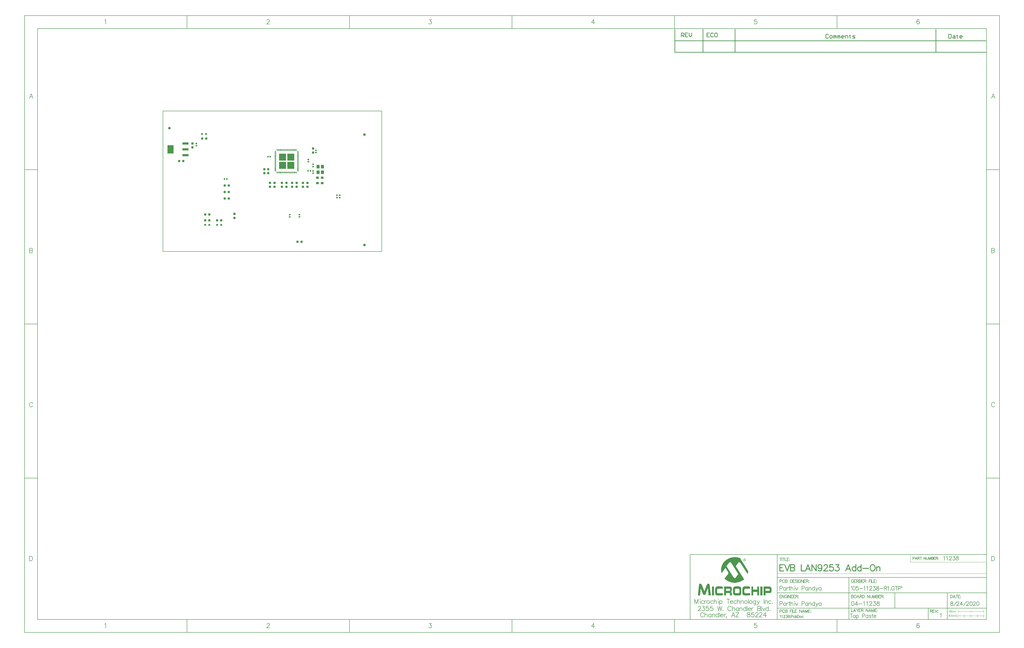
<source format=gtp>
G04*
G04 #@! TF.GenerationSoftware,Altium Limited,Altium Designer,20.1.14 (287)*
G04*
G04 Layer_Color=8421504*
%FSLAX43Y43*%
%MOMM*%
G71*
G04*
G04 #@! TF.SameCoordinates,088B0059-FF59-4391-8688-F82EEA9C3BEC*
G04*
G04*
G04 #@! TF.FilePolarity,Positive*
G04*
G01*
G75*
%ADD11C,0.254*%
%ADD12C,0.200*%
%ADD15C,0.178*%
%ADD16C,0.127*%
%ADD17C,0.150*%
%ADD18C,0.100*%
%ADD19C,0.180*%
%ADD20C,0.350*%
%ADD21R,2.667X2.667*%
%ADD22C,1.016*%
G04:AMPARAMS|DCode=23|XSize=0.55mm|YSize=0.6mm|CornerRadius=0.138mm|HoleSize=0mm|Usage=FLASHONLY|Rotation=0.000|XOffset=0mm|YOffset=0mm|HoleType=Round|Shape=RoundedRectangle|*
%AMROUNDEDRECTD23*
21,1,0.550,0.325,0,0,0.0*
21,1,0.275,0.600,0,0,0.0*
1,1,0.275,0.138,-0.163*
1,1,0.275,-0.138,-0.163*
1,1,0.275,-0.138,0.163*
1,1,0.275,0.138,0.163*
%
%ADD23ROUNDEDRECTD23*%
G04:AMPARAMS|DCode=24|XSize=0.55mm|YSize=0.6mm|CornerRadius=0.138mm|HoleSize=0mm|Usage=FLASHONLY|Rotation=270.000|XOffset=0mm|YOffset=0mm|HoleType=Round|Shape=RoundedRectangle|*
%AMROUNDEDRECTD24*
21,1,0.550,0.325,0,0,270.0*
21,1,0.275,0.600,0,0,270.0*
1,1,0.275,-0.163,-0.138*
1,1,0.275,-0.163,0.138*
1,1,0.275,0.163,0.138*
1,1,0.275,0.163,-0.138*
%
%ADD24ROUNDEDRECTD24*%
%ADD25R,0.800X0.800*%
G04:AMPARAMS|DCode=26|XSize=0.9mm|YSize=0.8mm|CornerRadius=0.2mm|HoleSize=0mm|Usage=FLASHONLY|Rotation=180.000|XOffset=0mm|YOffset=0mm|HoleType=Round|Shape=RoundedRectangle|*
%AMROUNDEDRECTD26*
21,1,0.900,0.400,0,0,180.0*
21,1,0.500,0.800,0,0,180.0*
1,1,0.400,-0.250,0.200*
1,1,0.400,0.250,0.200*
1,1,0.400,0.250,-0.200*
1,1,0.400,-0.250,-0.200*
%
%ADD26ROUNDEDRECTD26*%
G04:AMPARAMS|DCode=27|XSize=0.9mm|YSize=0.8mm|CornerRadius=0.2mm|HoleSize=0mm|Usage=FLASHONLY|Rotation=90.000|XOffset=0mm|YOffset=0mm|HoleType=Round|Shape=RoundedRectangle|*
%AMROUNDEDRECTD27*
21,1,0.900,0.400,0,0,90.0*
21,1,0.500,0.800,0,0,90.0*
1,1,0.400,0.200,0.250*
1,1,0.400,0.200,-0.250*
1,1,0.400,-0.200,-0.250*
1,1,0.400,-0.200,0.250*
%
%ADD27ROUNDEDRECTD27*%
%ADD28O,0.300X0.800*%
%ADD29O,0.800X0.300*%
%ADD30R,2.400X3.300*%
%ADD31R,2.400X0.950*%
%ADD32R,1.194X1.397*%
%ADD33R,1.000X0.900*%
G36*
X227343Y-120052D02*
X227427Y-120080D01*
X227540Y-120122D01*
X227639Y-120179D01*
X227724Y-120277D01*
X227780Y-120419D01*
X227808Y-120588D01*
X227808Y-120616D01*
X227794Y-120672D01*
X227780Y-120771D01*
X227738Y-120870D01*
X227681Y-120983D01*
X227582Y-121068D01*
X227441Y-121138D01*
X227258Y-121166D01*
X227216Y-121166D01*
X227173Y-121152D01*
X227117Y-121138D01*
X226976Y-121096D01*
X226905Y-121053D01*
X226835Y-120997D01*
X226835Y-120983D01*
X226806Y-120969D01*
X226750Y-120884D01*
X226694Y-120757D01*
X226679Y-120672D01*
X226665Y-120588D01*
X226665Y-120574D01*
X226665Y-120545D01*
X226679Y-120503D01*
X226694Y-120461D01*
X226750Y-120334D01*
X226792Y-120263D01*
X226849Y-120207D01*
X226863Y-120193D01*
X226877Y-120179D01*
X226962Y-120122D01*
X227089Y-120066D01*
X227173Y-120038D01*
X227286Y-120038D01*
X227343Y-120052D01*
X227343Y-120052D02*
G37*
G36*
X223731Y-119558D02*
X223843Y-119572D01*
X223985Y-119572D01*
X224126Y-119600D01*
X224450Y-119642D01*
X224803Y-119727D01*
X225156Y-119826D01*
X225508Y-119967D01*
X228669Y-125004D01*
X228669Y-125018D01*
X228669Y-125046D01*
X228655Y-125103D01*
X228655Y-125159D01*
X228641Y-125244D01*
X228627Y-125343D01*
X228584Y-125554D01*
X228584Y-125569D01*
X228570Y-125611D01*
X228556Y-125667D01*
X228542Y-125738D01*
X228514Y-125837D01*
X228486Y-125935D01*
X228415Y-126175D01*
X225664Y-121872D01*
X225649Y-121858D01*
X225635Y-121815D01*
X225579Y-121759D01*
X225522Y-121702D01*
X225452Y-121646D01*
X225367Y-121590D01*
X225283Y-121547D01*
X225170Y-121533D01*
X225127Y-121533D01*
X225085Y-121547D01*
X225029Y-121576D01*
X224958Y-121618D01*
X224873Y-121674D01*
X224803Y-121745D01*
X224718Y-121858D01*
X223801Y-123113D01*
X227032Y-128207D01*
X227018Y-128221D01*
X226962Y-128264D01*
X226877Y-128334D01*
X226764Y-128419D01*
X226609Y-128532D01*
X226425Y-128644D01*
X226228Y-128771D01*
X225988Y-128898D01*
X225734Y-129025D01*
X225438Y-129152D01*
X225142Y-129265D01*
X224803Y-129378D01*
X224450Y-129463D01*
X224083Y-129533D01*
X223702Y-129576D01*
X223293Y-129590D01*
X223194Y-129590D01*
X223081Y-129576D01*
X222926Y-129562D01*
X222729Y-129533D01*
X222503Y-129505D01*
X222263Y-129449D01*
X221981Y-129378D01*
X221699Y-129294D01*
X221388Y-129181D01*
X221064Y-129054D01*
X220739Y-128898D01*
X220415Y-128701D01*
X220090Y-128489D01*
X219780Y-128235D01*
X219469Y-127939D01*
X220838Y-126048D01*
X220852Y-126034D01*
X220866Y-125978D01*
X220894Y-125893D01*
X220909Y-125823D01*
X220923Y-125738D01*
X220923Y-125710D01*
X220909Y-125639D01*
X220866Y-125512D01*
X220782Y-125357D01*
X219766Y-123763D01*
X218256Y-125865D01*
X218256Y-125851D01*
X218242Y-125837D01*
X218228Y-125752D01*
X218200Y-125625D01*
X218171Y-125456D01*
X218129Y-125244D01*
X218101Y-125018D01*
X218087Y-124750D01*
X218073Y-124482D01*
X218073Y-124454D01*
X218073Y-124397D01*
X218087Y-124285D01*
X218101Y-124158D01*
X218115Y-123988D01*
X218143Y-123791D01*
X218200Y-123565D01*
X218256Y-123325D01*
X218327Y-123071D01*
X218425Y-122789D01*
X218552Y-122507D01*
X218679Y-122225D01*
X218849Y-121942D01*
X219046Y-121646D01*
X219272Y-121364D01*
X219526Y-121096D01*
X219540Y-121082D01*
X219596Y-121025D01*
X219681Y-120955D01*
X219808Y-120856D01*
X219963Y-120729D01*
X220147Y-120602D01*
X220358Y-120461D01*
X220598Y-120320D01*
X220866Y-120179D01*
X221163Y-120038D01*
X221487Y-119896D01*
X221826Y-119784D01*
X222193Y-119685D01*
X222588Y-119614D01*
X222997Y-119558D01*
X223434Y-119544D01*
X223632Y-119544D01*
X223731Y-119558D01*
X223731Y-119558D02*
G37*
G36*
X228979Y-131015D02*
X229050Y-131029D01*
X229106Y-131043D01*
X229120Y-131043D01*
X229149Y-131057D01*
X229247Y-131100D01*
X229304Y-131156D01*
X229346Y-131212D01*
X229389Y-131283D01*
X229417Y-131382D01*
X229417Y-131396D01*
X229431Y-131410D01*
X229431Y-131452D01*
X229445Y-131523D01*
X229445Y-131593D01*
X229459Y-131692D01*
X229459Y-131805D01*
X229459Y-131932D01*
X227568Y-131890D01*
X227554Y-131890D01*
X227498Y-131904D01*
X227427Y-131918D01*
X227357Y-131974D01*
X227272Y-132045D01*
X227202Y-132172D01*
X227173Y-132257D01*
X227145Y-132355D01*
X227131Y-132454D01*
X227131Y-132581D01*
X227131Y-132962D01*
X227131Y-132976D01*
X227131Y-132990D01*
X227145Y-133075D01*
X227159Y-133174D01*
X227187Y-133301D01*
X227230Y-133428D01*
X227314Y-133541D01*
X227413Y-133625D01*
X227484Y-133639D01*
X227554Y-133653D01*
X229487Y-133653D01*
X229487Y-133682D01*
X229487Y-133738D01*
X229487Y-133837D01*
X229473Y-133950D01*
X229459Y-134063D01*
X229445Y-134175D01*
X229417Y-134274D01*
X229374Y-134345D01*
X229374Y-134359D01*
X229346Y-134373D01*
X229304Y-134401D01*
X229247Y-134429D01*
X229163Y-134472D01*
X229050Y-134500D01*
X228909Y-134514D01*
X228739Y-134528D01*
X227329Y-134528D01*
X227216Y-134514D01*
X227075Y-134486D01*
X226933Y-134444D01*
X226778Y-134373D01*
X226651Y-134288D01*
X226552Y-134161D01*
X226552Y-134147D01*
X226524Y-134105D01*
X226496Y-134034D01*
X226468Y-133950D01*
X226440Y-133823D01*
X226411Y-133682D01*
X226397Y-133498D01*
X226383Y-133301D01*
X226383Y-132257D01*
X226383Y-132242D01*
X226383Y-132214D01*
X226383Y-132172D01*
X226397Y-132115D01*
X226411Y-131974D01*
X226440Y-131791D01*
X226482Y-131607D01*
X226567Y-131424D01*
X226665Y-131269D01*
X226736Y-131198D01*
X226806Y-131142D01*
X226821Y-131142D01*
X226849Y-131114D01*
X226891Y-131100D01*
X226962Y-131071D01*
X227046Y-131043D01*
X227159Y-131029D01*
X227286Y-131001D01*
X228810Y-131001D01*
X228979Y-131015D01*
X228979Y-131015D02*
G37*
G36*
X232902Y-134500D02*
X232182Y-134500D01*
X232182Y-133188D01*
X230616Y-133188D01*
X230616Y-134500D01*
X229939Y-134500D01*
X229939Y-131043D01*
X230616Y-131043D01*
X230616Y-132257D01*
X232182Y-132257D01*
X232182Y-131043D01*
X232902Y-131043D01*
X232902Y-134500D01*
X232902Y-134500D02*
G37*
G36*
X213205Y-129914D02*
X213275Y-129928D01*
X213360Y-129971D01*
X213430Y-130027D01*
X213501Y-130126D01*
X213572Y-130253D01*
X213600Y-130436D01*
X214065Y-134500D01*
X213191Y-134500D01*
X212951Y-131579D01*
X212937Y-131579D01*
X212048Y-133921D01*
X212048Y-133936D01*
X212019Y-133978D01*
X211977Y-134048D01*
X211921Y-134119D01*
X211850Y-134190D01*
X211766Y-134260D01*
X211667Y-134302D01*
X211540Y-134317D01*
X211483Y-134317D01*
X211413Y-134288D01*
X211328Y-134260D01*
X211229Y-134218D01*
X211145Y-134147D01*
X211074Y-134048D01*
X211004Y-133921D01*
X210115Y-131622D01*
X210101Y-131622D01*
X209847Y-134500D01*
X209000Y-134500D01*
X209437Y-130394D01*
X209437Y-130366D01*
X209452Y-130309D01*
X209480Y-130239D01*
X209522Y-130140D01*
X209579Y-130055D01*
X209663Y-129971D01*
X209776Y-129914D01*
X209903Y-129900D01*
X209974Y-129900D01*
X210058Y-129928D01*
X210157Y-129957D01*
X210256Y-130013D01*
X210369Y-130098D01*
X210453Y-130211D01*
X210538Y-130366D01*
X211526Y-132877D01*
X211540Y-132877D01*
X212527Y-130366D01*
X212542Y-130352D01*
X212556Y-130295D01*
X212612Y-130225D01*
X212669Y-130126D01*
X212753Y-130041D01*
X212866Y-129971D01*
X212993Y-129914D01*
X213148Y-129900D01*
X213162Y-129900D01*
X213205Y-129914D01*
X213205Y-129914D02*
G37*
G36*
X237036Y-131057D02*
X237149Y-131071D01*
X237276Y-131114D01*
X237417Y-131184D01*
X237544Y-131283D01*
X237657Y-131424D01*
X237741Y-131622D01*
X237741Y-131636D01*
X237756Y-131664D01*
X237756Y-131720D01*
X237770Y-131791D01*
X237784Y-131876D01*
X237784Y-131974D01*
X237798Y-132101D01*
X237798Y-132228D01*
X237798Y-132496D01*
X237798Y-132525D01*
X237798Y-132595D01*
X237784Y-132708D01*
X237770Y-132835D01*
X237741Y-132990D01*
X237713Y-133145D01*
X237657Y-133272D01*
X237586Y-133399D01*
X237586Y-133414D01*
X237558Y-133428D01*
X237516Y-133470D01*
X237473Y-133512D01*
X237403Y-133555D01*
X237318Y-133583D01*
X237234Y-133611D01*
X237121Y-133625D01*
X235399Y-133625D01*
X235399Y-134500D01*
X234694Y-134500D01*
X234694Y-131043D01*
X236965Y-131043D01*
X237036Y-131057D01*
X237036Y-131057D02*
G37*
G36*
X234228Y-134500D02*
X233410Y-134500D01*
X233410Y-131043D01*
X234228Y-131043D01*
X234228Y-134500D01*
X234228Y-134500D02*
G37*
G36*
X221727Y-131057D02*
X221840Y-131100D01*
X221967Y-131170D01*
X222023Y-131227D01*
X222094Y-131297D01*
X222150Y-131382D01*
X222193Y-131481D01*
X222249Y-131593D01*
X222277Y-131734D01*
X222291Y-131890D01*
X222305Y-132073D01*
X222305Y-132285D01*
X222305Y-132299D01*
X222305Y-132313D01*
X222305Y-132398D01*
X222291Y-132525D01*
X222263Y-132666D01*
X222207Y-132807D01*
X222136Y-132948D01*
X222037Y-133061D01*
X221910Y-133145D01*
X221910Y-133160D01*
X221924Y-133160D01*
X221967Y-133188D01*
X222037Y-133230D01*
X222108Y-133301D01*
X222178Y-133399D01*
X222249Y-133526D01*
X222291Y-133696D01*
X222305Y-133921D01*
X222305Y-134500D01*
X221572Y-134500D01*
X221572Y-134091D01*
X221572Y-134077D01*
X221572Y-134048D01*
X221572Y-133992D01*
X221572Y-133936D01*
X221558Y-133823D01*
X221558Y-133766D01*
X221544Y-133724D01*
X221529Y-133710D01*
X221487Y-133653D01*
X221417Y-133611D01*
X221290Y-133597D01*
X220006Y-133597D01*
X220006Y-134500D01*
X219272Y-134500D01*
X219272Y-131043D01*
X221642Y-131043D01*
X221727Y-131057D01*
X221727Y-131057D02*
G37*
G36*
X215307Y-134500D02*
X214503Y-134500D01*
X214503Y-131043D01*
X215307Y-131043D01*
X215307Y-134500D01*
X215307Y-134500D02*
G37*
G36*
X225156Y-131015D02*
X225283Y-131043D01*
X225410Y-131071D01*
X225551Y-131128D01*
X225664Y-131212D01*
X225762Y-131311D01*
X225776Y-131325D01*
X225805Y-131368D01*
X225833Y-131438D01*
X225875Y-131537D01*
X225918Y-131678D01*
X225960Y-131833D01*
X225974Y-132017D01*
X225988Y-132242D01*
X225988Y-133287D01*
X225988Y-133301D01*
X225988Y-133329D01*
X225988Y-133371D01*
X225974Y-133442D01*
X225960Y-133597D01*
X225932Y-133794D01*
X225861Y-133992D01*
X225776Y-134190D01*
X225649Y-134345D01*
X225565Y-134415D01*
X225480Y-134458D01*
X225466Y-134458D01*
X225438Y-134472D01*
X225395Y-134486D01*
X225339Y-134486D01*
X225268Y-134500D01*
X225184Y-134514D01*
X224958Y-134528D01*
X223688Y-134528D01*
X223575Y-134514D01*
X223448Y-134486D01*
X223307Y-134444D01*
X223166Y-134387D01*
X223039Y-134302D01*
X222926Y-134190D01*
X222912Y-134175D01*
X222898Y-134133D01*
X222870Y-134063D01*
X222842Y-133964D01*
X222799Y-133851D01*
X222771Y-133696D01*
X222757Y-133498D01*
X222743Y-133287D01*
X222743Y-132242D01*
X222743Y-132228D01*
X222743Y-132200D01*
X222743Y-132144D01*
X222757Y-132073D01*
X222771Y-131904D01*
X222813Y-131706D01*
X222884Y-131495D01*
X222997Y-131311D01*
X223067Y-131227D01*
X223138Y-131156D01*
X223237Y-131100D01*
X223335Y-131057D01*
X223350Y-131057D01*
X223364Y-131043D01*
X223406Y-131043D01*
X223462Y-131029D01*
X223604Y-131015D01*
X223787Y-131001D01*
X225057Y-131001D01*
X225156Y-131015D01*
X225156Y-131015D02*
G37*
G36*
X218087Y-131015D02*
X218256Y-131015D01*
X218411Y-131029D01*
X218538Y-131057D01*
X218581Y-131071D01*
X218609Y-131085D01*
X218623Y-131085D01*
X218637Y-131114D01*
X218665Y-131156D01*
X218707Y-131227D01*
X218750Y-131325D01*
X218778Y-131466D01*
X218792Y-131650D01*
X218806Y-131890D01*
X216901Y-131890D01*
X216817Y-131904D01*
X216718Y-131946D01*
X216619Y-132031D01*
X216605Y-132059D01*
X216591Y-132087D01*
X216563Y-132144D01*
X216549Y-132214D01*
X216520Y-132313D01*
X216506Y-132440D01*
X216506Y-132581D01*
X216506Y-132962D01*
X216506Y-132976D01*
X216506Y-133033D01*
X216506Y-133103D01*
X216520Y-133174D01*
X216535Y-133357D01*
X216549Y-133428D01*
X216563Y-133484D01*
X216577Y-133512D01*
X216633Y-133569D01*
X216690Y-133597D01*
X216746Y-133625D01*
X216831Y-133639D01*
X216916Y-133653D01*
X218849Y-133653D01*
X218849Y-133682D01*
X218849Y-133738D01*
X218849Y-133823D01*
X218834Y-133921D01*
X218806Y-134147D01*
X218778Y-134246D01*
X218750Y-134317D01*
X218750Y-134331D01*
X218722Y-134345D01*
X218679Y-134387D01*
X218623Y-134415D01*
X218524Y-134458D01*
X218411Y-134500D01*
X218270Y-134514D01*
X218101Y-134528D01*
X216704Y-134528D01*
X216605Y-134514D01*
X216478Y-134486D01*
X216337Y-134458D01*
X216196Y-134415D01*
X216069Y-134345D01*
X215970Y-134246D01*
X215956Y-134232D01*
X215942Y-134190D01*
X215900Y-134119D01*
X215857Y-134020D01*
X215815Y-133893D01*
X215787Y-133724D01*
X215759Y-133526D01*
X215744Y-133287D01*
X215744Y-132242D01*
X215744Y-132228D01*
X215744Y-132200D01*
X215744Y-132144D01*
X215759Y-132073D01*
X215787Y-131890D01*
X215829Y-131678D01*
X215914Y-131466D01*
X216041Y-131269D01*
X216125Y-131184D01*
X216224Y-131114D01*
X216323Y-131057D01*
X216450Y-131029D01*
X216478Y-131029D01*
X216549Y-131015D01*
X216662Y-131001D01*
X217917Y-131001D01*
X218087Y-131015D01*
X218087Y-131015D02*
G37*
%LPC*%
G36*
X227258Y-120136D02*
X227187Y-120136D01*
X227103Y-120165D01*
X227018Y-120193D01*
X226919Y-120249D01*
X226849Y-120320D01*
X226792Y-120433D01*
X226764Y-120588D01*
X226764Y-120602D01*
X226764Y-120616D01*
X226778Y-120701D01*
X226821Y-120814D01*
X226905Y-120941D01*
X226933Y-120969D01*
X227004Y-121011D01*
X227117Y-121053D01*
X227258Y-121082D01*
X227272Y-121082D01*
X227329Y-121068D01*
X227399Y-121053D01*
X227498Y-121025D01*
X227582Y-120955D01*
X227653Y-120870D01*
X227709Y-120757D01*
X227724Y-120588D01*
X227724Y-120574D01*
X227724Y-120517D01*
X227695Y-120447D01*
X227667Y-120362D01*
X227611Y-120277D01*
X227526Y-120207D01*
X227413Y-120150D01*
X227258Y-120136D01*
X227258Y-120136D02*
G37*
%LPD*%
G36*
X227385Y-120292D02*
X227456Y-120348D01*
X227484Y-120390D01*
X227498Y-120461D01*
X227498Y-120475D01*
X227498Y-120489D01*
X227484Y-120560D01*
X227427Y-120616D01*
X227385Y-120644D01*
X227329Y-120658D01*
X227512Y-120941D01*
X227399Y-120941D01*
X227230Y-120658D01*
X227117Y-120658D01*
X227117Y-120941D01*
X227018Y-120941D01*
X227018Y-120263D01*
X227300Y-120263D01*
X227385Y-120292D01*
X227385Y-120292D02*
G37*
%LPC*%
G36*
X227286Y-120362D02*
X227117Y-120362D01*
X227117Y-120574D01*
X227300Y-120574D01*
X227343Y-120560D01*
X227371Y-120531D01*
X227385Y-120461D01*
X227385Y-120447D01*
X227371Y-120404D01*
X227343Y-120376D01*
X227286Y-120362D01*
X227286Y-120362D02*
G37*
G36*
X221600Y-121519D02*
X221558Y-121519D01*
X221501Y-121533D01*
X221445Y-121561D01*
X221374Y-121604D01*
X221290Y-121660D01*
X221205Y-121731D01*
X221120Y-121844D01*
X220231Y-123099D01*
X222926Y-127375D01*
X222940Y-127389D01*
X222969Y-127431D01*
X223011Y-127502D01*
X223067Y-127558D01*
X223138Y-127629D01*
X223223Y-127699D01*
X223293Y-127741D01*
X223378Y-127756D01*
X223420Y-127756D01*
X223477Y-127741D01*
X223533Y-127713D01*
X223604Y-127685D01*
X223688Y-127643D01*
X223773Y-127572D01*
X223843Y-127473D01*
X224789Y-126119D01*
X222080Y-121858D01*
X222066Y-121844D01*
X222037Y-121801D01*
X221995Y-121745D01*
X221939Y-121688D01*
X221868Y-121632D01*
X221783Y-121576D01*
X221699Y-121533D01*
X221600Y-121519D01*
X221600Y-121519D02*
G37*
G36*
X236768Y-131876D02*
X235399Y-131876D01*
X235399Y-132750D01*
X236853Y-132750D01*
X236881Y-132736D01*
X236923Y-132708D01*
X236965Y-132666D01*
X237008Y-132595D01*
X237022Y-132511D01*
X237036Y-132398D01*
X237036Y-132257D01*
X237036Y-132242D01*
X237036Y-132200D01*
X237022Y-132130D01*
X237008Y-132059D01*
X236965Y-132003D01*
X236923Y-131932D01*
X236853Y-131890D01*
X236768Y-131876D01*
X236768Y-131876D02*
G37*
G36*
X221261Y-131876D02*
X220006Y-131876D01*
X220006Y-132736D01*
X221374Y-132736D01*
X221417Y-132722D01*
X221473Y-132694D01*
X221529Y-132652D01*
X221572Y-132581D01*
X221600Y-132496D01*
X221614Y-132369D01*
X221614Y-132257D01*
X221614Y-132242D01*
X221614Y-132200D01*
X221600Y-132130D01*
X221572Y-132059D01*
X221529Y-132003D01*
X221459Y-131932D01*
X221374Y-131890D01*
X221261Y-131876D01*
X221261Y-131876D02*
G37*
G36*
X224859Y-131876D02*
X223900Y-131876D01*
X223815Y-131890D01*
X223702Y-131946D01*
X223646Y-131974D01*
X223604Y-132031D01*
X223589Y-132059D01*
X223575Y-132101D01*
X223547Y-132158D01*
X223533Y-132228D01*
X223505Y-132327D01*
X223491Y-132440D01*
X223491Y-132581D01*
X223491Y-132962D01*
X223491Y-132976D01*
X223491Y-133033D01*
X223491Y-133089D01*
X223505Y-133174D01*
X223519Y-133357D01*
X223533Y-133442D01*
X223561Y-133512D01*
X223575Y-133541D01*
X223632Y-133583D01*
X223731Y-133625D01*
X223801Y-133653D01*
X224831Y-133653D01*
X224888Y-133639D01*
X224958Y-133611D01*
X225043Y-133569D01*
X225127Y-133484D01*
X225198Y-133357D01*
X225226Y-133287D01*
X225254Y-133188D01*
X225268Y-133089D01*
X225268Y-132962D01*
X225268Y-132581D01*
X225268Y-132567D01*
X225268Y-132511D01*
X225268Y-132454D01*
X225254Y-132369D01*
X225212Y-132186D01*
X225170Y-132101D01*
X225127Y-132031D01*
X225127Y-132017D01*
X225099Y-132003D01*
X225029Y-131946D01*
X224930Y-131904D01*
X224859Y-131876D01*
X224859Y-131876D02*
G37*
%LPD*%
D11*
X223500Y78000D02*
X223500Y82500D01*
X200000Y82500D02*
X200000Y87000D01*
X200000Y82500D02*
X321500Y82500D01*
X211000Y82500D02*
X211000Y87000D01*
X223500Y82500D02*
X223500Y87000D01*
X302000Y82500D02*
X302000Y87000D01*
X200000Y78000D02*
X200000Y82500D01*
X200000Y78000D02*
X321500Y78000D01*
X302000Y78000D02*
X302000Y82500D01*
X211000Y78000D02*
X211000Y82500D01*
X202500Y84000D02*
X202500Y85524D01*
X203262Y85524D01*
X203516Y85270D01*
X203516Y84762D01*
X203262Y84508D01*
X202500Y84508D01*
X203008Y84508D02*
X203516Y84000D01*
X205039Y85524D02*
X204024Y85524D01*
X204024Y84000D01*
X205039Y84000D01*
X204024Y84762D02*
X204531Y84762D01*
X205547Y85524D02*
X205547Y84508D01*
X206055Y84000D01*
X206563Y84508D01*
X206563Y85524D01*
X213516Y85524D02*
X212500Y85524D01*
X212500Y84000D01*
X213516Y84000D01*
X212500Y84762D02*
X213008Y84762D01*
X215039Y85270D02*
X214785Y85524D01*
X214277Y85524D01*
X214024Y85270D01*
X214024Y84254D01*
X214277Y84000D01*
X214785Y84000D01*
X215039Y84254D01*
X216309Y85524D02*
X215801Y85524D01*
X215547Y85270D01*
X215547Y84254D01*
X215801Y84000D01*
X216309Y84000D01*
X216563Y84254D01*
X216563Y85270D01*
X216309Y85524D01*
X260016Y84770D02*
X259762Y85024D01*
X259254Y85024D01*
X259000Y84770D01*
X259000Y83754D01*
X259254Y83500D01*
X259762Y83500D01*
X260016Y83754D01*
X260777Y83500D02*
X261285Y83500D01*
X261539Y83754D01*
X261539Y84262D01*
X261285Y84516D01*
X260777Y84516D01*
X260524Y84262D01*
X260524Y83754D01*
X260777Y83500D01*
X262047Y83500D02*
X262047Y84516D01*
X262301Y84516D01*
X262555Y84262D01*
X262555Y83500D01*
X262555Y84262D01*
X262809Y84516D01*
X263063Y84262D01*
X263063Y83500D01*
X263571Y83500D02*
X263571Y84516D01*
X263824Y84516D01*
X264078Y84262D01*
X264078Y83500D01*
X264078Y84262D01*
X264332Y84516D01*
X264586Y84262D01*
X264586Y83500D01*
X265856Y83500D02*
X265348Y83500D01*
X265094Y83754D01*
X265094Y84262D01*
X265348Y84516D01*
X265856Y84516D01*
X266110Y84262D01*
X266110Y84008D01*
X265094Y84008D01*
X266618Y83500D02*
X266618Y84516D01*
X267379Y84516D01*
X267633Y84262D01*
X267633Y83500D01*
X268395Y84770D02*
X268395Y84516D01*
X268141Y84516D01*
X268649Y84516D01*
X268395Y84516D01*
X268395Y83754D01*
X268649Y83500D01*
X269411Y83500D02*
X270172Y83500D01*
X270426Y83754D01*
X270172Y84008D01*
X269665Y84008D01*
X269411Y84262D01*
X269665Y84516D01*
X270426Y84516D01*
X307000Y85024D02*
X307000Y83500D01*
X307762Y83500D01*
X308016Y83754D01*
X308016Y84770D01*
X307762Y85024D01*
X307000Y85024D01*
X308777Y84516D02*
X309285Y84516D01*
X309539Y84262D01*
X309539Y83500D01*
X308777Y83500D01*
X308524Y83754D01*
X308777Y84008D01*
X309539Y84008D01*
X310301Y84770D02*
X310301Y84516D01*
X310047Y84516D01*
X310555Y84516D01*
X310301Y84516D01*
X310301Y83754D01*
X310555Y83500D01*
X312078Y83500D02*
X311571Y83500D01*
X311317Y83754D01*
X311317Y84262D01*
X311571Y84516D01*
X312078Y84516D01*
X312332Y84262D01*
X312332Y84008D01*
X311317Y84008D01*
D12*
X305000Y-119536D02*
X305143Y-119465D01*
X305357Y-119250D01*
X305357Y-120750D01*
X306100Y-119536D02*
X306243Y-119465D01*
X306457Y-119250D01*
X306457Y-120750D01*
X307271Y-119607D02*
X307271Y-119536D01*
X307342Y-119393D01*
X307414Y-119322D01*
X307557Y-119250D01*
X307842Y-119250D01*
X307985Y-119322D01*
X308057Y-119393D01*
X308128Y-119536D01*
X308128Y-119679D01*
X308057Y-119822D01*
X307914Y-120036D01*
X307200Y-120750D01*
X308199Y-120750D01*
X308678Y-119250D02*
X309463Y-119250D01*
X309035Y-119822D01*
X309249Y-119822D01*
X309392Y-119893D01*
X309463Y-119964D01*
X309535Y-120179D01*
X309535Y-120321D01*
X309463Y-120536D01*
X309321Y-120679D01*
X309106Y-120750D01*
X308892Y-120750D01*
X308678Y-120679D01*
X308606Y-120607D01*
X308535Y-120464D01*
X310227Y-119250D02*
X310013Y-119322D01*
X309942Y-119465D01*
X309942Y-119607D01*
X310013Y-119750D01*
X310156Y-119822D01*
X310442Y-119893D01*
X310656Y-119964D01*
X310799Y-120107D01*
X310870Y-120250D01*
X310870Y-120464D01*
X310799Y-120607D01*
X310727Y-120679D01*
X310513Y-120750D01*
X310227Y-120750D01*
X310013Y-120679D01*
X309942Y-120607D01*
X309870Y-120464D01*
X309870Y-120250D01*
X309942Y-120107D01*
X310085Y-119964D01*
X310299Y-119893D01*
X310585Y-119822D01*
X310727Y-119750D01*
X310799Y-119607D01*
X310799Y-119465D01*
X310727Y-119322D01*
X310513Y-119250D01*
X310227Y-119250D01*
D15*
X303678Y-141858D02*
X303821Y-141787D01*
X304035Y-141573D01*
X304035Y-143072D01*
X269071Y-131143D02*
X269000Y-131072D01*
X269071Y-131000D01*
X269143Y-131072D01*
X269143Y-131215D01*
X269071Y-131357D01*
X269000Y-131429D01*
X269900Y-131000D02*
X269686Y-131072D01*
X269543Y-131286D01*
X269471Y-131643D01*
X269471Y-131857D01*
X269543Y-132214D01*
X269686Y-132429D01*
X269900Y-132500D01*
X270043Y-132500D01*
X270257Y-132429D01*
X270400Y-132214D01*
X270471Y-131857D01*
X270471Y-131643D01*
X270400Y-131286D01*
X270257Y-131072D01*
X270043Y-131000D01*
X269900Y-131000D01*
X271664Y-131000D02*
X270950Y-131000D01*
X270878Y-131643D01*
X270950Y-131572D01*
X271164Y-131500D01*
X271378Y-131500D01*
X271592Y-131572D01*
X271735Y-131714D01*
X271807Y-131929D01*
X271807Y-132072D01*
X271735Y-132286D01*
X271592Y-132429D01*
X271378Y-132500D01*
X271164Y-132500D01*
X270950Y-132429D01*
X270878Y-132357D01*
X270807Y-132214D01*
X272142Y-131857D02*
X273428Y-131857D01*
X273870Y-131286D02*
X274013Y-131215D01*
X274227Y-131000D01*
X274227Y-132500D01*
X274970Y-131286D02*
X275113Y-131215D01*
X275327Y-131000D01*
X275327Y-132500D01*
X276141Y-131357D02*
X276141Y-131286D01*
X276213Y-131143D01*
X276284Y-131072D01*
X276427Y-131000D01*
X276713Y-131000D01*
X276855Y-131072D01*
X276927Y-131143D01*
X276998Y-131286D01*
X276998Y-131429D01*
X276927Y-131572D01*
X276784Y-131786D01*
X276070Y-132500D01*
X277070Y-132500D01*
X277548Y-131000D02*
X278334Y-131000D01*
X277905Y-131572D01*
X278119Y-131572D01*
X278262Y-131643D01*
X278334Y-131714D01*
X278405Y-131929D01*
X278405Y-132072D01*
X278334Y-132286D01*
X278191Y-132429D01*
X277977Y-132500D01*
X277762Y-132500D01*
X277548Y-132429D01*
X277477Y-132357D01*
X277405Y-132214D01*
X279098Y-131000D02*
X278884Y-131072D01*
X278812Y-131215D01*
X278812Y-131357D01*
X278884Y-131500D01*
X279026Y-131572D01*
X279312Y-131643D01*
X279526Y-131714D01*
X279669Y-131857D01*
X279741Y-132000D01*
X279741Y-132214D01*
X279669Y-132357D01*
X279598Y-132429D01*
X279384Y-132500D01*
X279098Y-132500D01*
X278884Y-132429D01*
X278812Y-132357D01*
X278741Y-132214D01*
X278741Y-132000D01*
X278812Y-131857D01*
X278955Y-131714D01*
X279169Y-131643D01*
X279455Y-131572D01*
X279598Y-131500D01*
X279669Y-131357D01*
X279669Y-131215D01*
X279598Y-131072D01*
X279384Y-131000D01*
X279098Y-131000D01*
X280076Y-131857D02*
X281362Y-131857D01*
X281804Y-131000D02*
X281804Y-132500D01*
X281804Y-131000D02*
X282447Y-131000D01*
X282661Y-131072D01*
X282733Y-131143D01*
X282804Y-131286D01*
X282804Y-131429D01*
X282733Y-131572D01*
X282661Y-131643D01*
X282447Y-131714D01*
X281804Y-131714D01*
X282304Y-131714D02*
X282804Y-132500D01*
X283140Y-131286D02*
X283283Y-131215D01*
X283497Y-131000D01*
X283497Y-132500D01*
X284311Y-132357D02*
X284240Y-132429D01*
X284311Y-132500D01*
X284382Y-132429D01*
X284311Y-132357D01*
X285782Y-131357D02*
X285711Y-131215D01*
X285568Y-131072D01*
X285425Y-131000D01*
X285139Y-131000D01*
X284997Y-131072D01*
X284854Y-131215D01*
X284782Y-131357D01*
X284711Y-131572D01*
X284711Y-131929D01*
X284782Y-132143D01*
X284854Y-132286D01*
X284997Y-132429D01*
X285139Y-132500D01*
X285425Y-132500D01*
X285568Y-132429D01*
X285711Y-132286D01*
X285782Y-132143D01*
X285782Y-131929D01*
X285425Y-131929D02*
X285782Y-131929D01*
X286625Y-131000D02*
X286625Y-132500D01*
X286125Y-131000D02*
X287125Y-131000D01*
X287303Y-131786D02*
X287946Y-131786D01*
X288160Y-131714D01*
X288232Y-131643D01*
X288303Y-131500D01*
X288303Y-131286D01*
X288232Y-131143D01*
X288160Y-131072D01*
X287946Y-131000D01*
X287303Y-131000D01*
X287303Y-132500D01*
X288710Y-131143D02*
X288639Y-131072D01*
X288710Y-131000D01*
X288781Y-131072D01*
X288781Y-131215D01*
X288710Y-131357D01*
X288639Y-131429D01*
X241000Y-131738D02*
X241686Y-131738D01*
X241914Y-131662D01*
X241990Y-131586D01*
X242066Y-131434D01*
X242066Y-131205D01*
X241990Y-131053D01*
X241914Y-130977D01*
X241686Y-130900D01*
X241000Y-130900D01*
X241000Y-132500D01*
X243339Y-131434D02*
X243339Y-132500D01*
X243339Y-131662D02*
X243186Y-131510D01*
X243034Y-131434D01*
X242805Y-131434D01*
X242653Y-131510D01*
X242501Y-131662D01*
X242424Y-131891D01*
X242424Y-132043D01*
X242501Y-132271D01*
X242653Y-132424D01*
X242805Y-132500D01*
X243034Y-132500D01*
X243186Y-132424D01*
X243339Y-132271D01*
X243765Y-131434D02*
X243765Y-132500D01*
X243765Y-131891D02*
X243841Y-131662D01*
X243994Y-131510D01*
X244146Y-131434D01*
X244375Y-131434D01*
X244748Y-130900D02*
X244748Y-132195D01*
X244824Y-132424D01*
X244976Y-132500D01*
X245129Y-132500D01*
X244519Y-131434D02*
X245052Y-131434D01*
X245357Y-130900D02*
X245357Y-132500D01*
X245357Y-131738D02*
X245586Y-131510D01*
X245738Y-131434D01*
X245967Y-131434D01*
X246119Y-131510D01*
X246195Y-131738D01*
X246195Y-132500D01*
X246766Y-130900D02*
X246843Y-130977D01*
X246919Y-130900D01*
X246843Y-130824D01*
X246766Y-130900D01*
X246843Y-131434D02*
X246843Y-132500D01*
X247201Y-131434D02*
X247658Y-132500D01*
X248115Y-131434D02*
X247658Y-132500D01*
X249631Y-131738D02*
X250316Y-131738D01*
X250545Y-131662D01*
X250621Y-131586D01*
X250697Y-131434D01*
X250697Y-131205D01*
X250621Y-131053D01*
X250545Y-130977D01*
X250316Y-130900D01*
X249631Y-130900D01*
X249631Y-132500D01*
X251969Y-131434D02*
X251969Y-132500D01*
X251969Y-131662D02*
X251817Y-131510D01*
X251664Y-131434D01*
X251436Y-131434D01*
X251284Y-131510D01*
X251131Y-131662D01*
X251055Y-131891D01*
X251055Y-132043D01*
X251131Y-132271D01*
X251284Y-132424D01*
X251436Y-132500D01*
X251664Y-132500D01*
X251817Y-132424D01*
X251969Y-132271D01*
X252396Y-131434D02*
X252396Y-132500D01*
X252396Y-131738D02*
X252624Y-131510D01*
X252777Y-131434D01*
X253005Y-131434D01*
X253157Y-131510D01*
X253234Y-131738D01*
X253234Y-132500D01*
X254567Y-130900D02*
X254567Y-132500D01*
X254567Y-131662D02*
X254414Y-131510D01*
X254262Y-131434D01*
X254033Y-131434D01*
X253881Y-131510D01*
X253729Y-131662D01*
X253653Y-131891D01*
X253653Y-132043D01*
X253729Y-132271D01*
X253881Y-132424D01*
X254033Y-132500D01*
X254262Y-132500D01*
X254414Y-132424D01*
X254567Y-132271D01*
X255069Y-131434D02*
X255526Y-132500D01*
X255983Y-131434D02*
X255526Y-132500D01*
X255374Y-132805D01*
X255222Y-132957D01*
X255069Y-133033D01*
X254993Y-133033D01*
X257164Y-131434D02*
X257164Y-132500D01*
X257164Y-131662D02*
X257012Y-131510D01*
X256859Y-131434D01*
X256631Y-131434D01*
X256479Y-131510D01*
X256326Y-131662D01*
X256250Y-131891D01*
X256250Y-132043D01*
X256326Y-132271D01*
X256479Y-132424D01*
X256631Y-132500D01*
X256859Y-132500D01*
X257012Y-132424D01*
X257164Y-132271D01*
X207770Y-135982D02*
X207770Y-137760D01*
X207770Y-135982D02*
X208447Y-137760D01*
X209124Y-135982D02*
X208447Y-137760D01*
X209124Y-135982D02*
X209124Y-137760D01*
X209802Y-135982D02*
X209886Y-136067D01*
X209971Y-135982D01*
X209886Y-135898D01*
X209802Y-135982D01*
X209886Y-136575D02*
X209886Y-137760D01*
X211300Y-136829D02*
X211131Y-136660D01*
X210961Y-136575D01*
X210707Y-136575D01*
X210538Y-136660D01*
X210369Y-136829D01*
X210284Y-137083D01*
X210284Y-137252D01*
X210369Y-137506D01*
X210538Y-137675D01*
X210707Y-137760D01*
X210961Y-137760D01*
X211131Y-137675D01*
X211300Y-137506D01*
X211681Y-136575D02*
X211681Y-137760D01*
X211681Y-137083D02*
X211765Y-136829D01*
X211935Y-136660D01*
X212104Y-136575D01*
X212358Y-136575D01*
X212942Y-136575D02*
X212773Y-136660D01*
X212603Y-136829D01*
X212519Y-137083D01*
X212519Y-137252D01*
X212603Y-137506D01*
X212773Y-137675D01*
X212942Y-137760D01*
X213196Y-137760D01*
X213365Y-137675D01*
X213535Y-137506D01*
X213619Y-137252D01*
X213619Y-137083D01*
X213535Y-136829D01*
X213365Y-136660D01*
X213196Y-136575D01*
X212942Y-136575D01*
X215024Y-136829D02*
X214855Y-136660D01*
X214686Y-136575D01*
X214432Y-136575D01*
X214263Y-136660D01*
X214093Y-136829D01*
X214009Y-137083D01*
X214009Y-137252D01*
X214093Y-137506D01*
X214263Y-137675D01*
X214432Y-137760D01*
X214686Y-137760D01*
X214855Y-137675D01*
X215024Y-137506D01*
X215405Y-135982D02*
X215405Y-137760D01*
X215405Y-136913D02*
X215659Y-136660D01*
X215829Y-136575D01*
X216083Y-136575D01*
X216252Y-136660D01*
X216336Y-136913D01*
X216336Y-137760D01*
X216971Y-135982D02*
X217056Y-136067D01*
X217141Y-135982D01*
X217056Y-135898D01*
X216971Y-135982D01*
X217056Y-136575D02*
X217056Y-137760D01*
X217454Y-136575D02*
X217454Y-138353D01*
X217454Y-136829D02*
X217623Y-136660D01*
X217792Y-136575D01*
X218046Y-136575D01*
X218216Y-136660D01*
X218385Y-136829D01*
X218470Y-137083D01*
X218470Y-137252D01*
X218385Y-137506D01*
X218216Y-137675D01*
X218046Y-137760D01*
X217792Y-137760D01*
X217623Y-137675D01*
X217454Y-137506D01*
X220840Y-135982D02*
X220840Y-137760D01*
X220247Y-135982D02*
X221432Y-135982D01*
X221644Y-137083D02*
X222660Y-137083D01*
X222660Y-136913D01*
X222575Y-136744D01*
X222490Y-136660D01*
X222321Y-136575D01*
X222067Y-136575D01*
X221898Y-136660D01*
X221729Y-136829D01*
X221644Y-137083D01*
X221644Y-137252D01*
X221729Y-137506D01*
X221898Y-137675D01*
X222067Y-137760D01*
X222321Y-137760D01*
X222490Y-137675D01*
X222660Y-137506D01*
X224056Y-136829D02*
X223887Y-136660D01*
X223718Y-136575D01*
X223464Y-136575D01*
X223295Y-136660D01*
X223125Y-136829D01*
X223041Y-137083D01*
X223041Y-137252D01*
X223125Y-137506D01*
X223295Y-137675D01*
X223464Y-137760D01*
X223718Y-137760D01*
X223887Y-137675D01*
X224056Y-137506D01*
X224437Y-135982D02*
X224437Y-137760D01*
X224437Y-136913D02*
X224691Y-136660D01*
X224861Y-136575D01*
X225115Y-136575D01*
X225284Y-136660D01*
X225368Y-136913D01*
X225368Y-137760D01*
X225834Y-136575D02*
X225834Y-137760D01*
X225834Y-136913D02*
X226088Y-136660D01*
X226257Y-136575D01*
X226511Y-136575D01*
X226680Y-136660D01*
X226765Y-136913D01*
X226765Y-137760D01*
X227654Y-136575D02*
X227485Y-136660D01*
X227315Y-136829D01*
X227231Y-137083D01*
X227231Y-137252D01*
X227315Y-137506D01*
X227485Y-137675D01*
X227654Y-137760D01*
X227908Y-137760D01*
X228077Y-137675D01*
X228246Y-137506D01*
X228331Y-137252D01*
X228331Y-137083D01*
X228246Y-136829D01*
X228077Y-136660D01*
X227908Y-136575D01*
X227654Y-136575D01*
X228721Y-135982D02*
X228721Y-137760D01*
X229516Y-136575D02*
X229347Y-136660D01*
X229178Y-136829D01*
X229093Y-137083D01*
X229093Y-137252D01*
X229178Y-137506D01*
X229347Y-137675D01*
X229516Y-137760D01*
X229770Y-137760D01*
X229939Y-137675D01*
X230109Y-137506D01*
X230193Y-137252D01*
X230193Y-137083D01*
X230109Y-136829D01*
X229939Y-136660D01*
X229770Y-136575D01*
X229516Y-136575D01*
X231599Y-136575D02*
X231599Y-137929D01*
X231514Y-138183D01*
X231429Y-138268D01*
X231260Y-138353D01*
X231006Y-138353D01*
X230837Y-138268D01*
X231599Y-136829D02*
X231429Y-136660D01*
X231260Y-136575D01*
X231006Y-136575D01*
X230837Y-136660D01*
X230667Y-136829D01*
X230583Y-137083D01*
X230583Y-137252D01*
X230667Y-137506D01*
X230837Y-137675D01*
X231006Y-137760D01*
X231260Y-137760D01*
X231429Y-137675D01*
X231599Y-137506D01*
X232157Y-136575D02*
X232665Y-137760D01*
X233173Y-136575D02*
X232665Y-137760D01*
X232496Y-138099D01*
X232327Y-138268D01*
X232157Y-138353D01*
X232073Y-138353D01*
X234866Y-135982D02*
X234866Y-137760D01*
X235238Y-136575D02*
X235238Y-137760D01*
X235238Y-136913D02*
X235492Y-136660D01*
X235662Y-136575D01*
X235916Y-136575D01*
X236085Y-136660D01*
X236170Y-136913D01*
X236170Y-137760D01*
X237651Y-136829D02*
X237482Y-136660D01*
X237312Y-136575D01*
X237058Y-136575D01*
X236889Y-136660D01*
X236720Y-136829D01*
X236635Y-137083D01*
X236635Y-137252D01*
X236720Y-137506D01*
X236889Y-137675D01*
X237058Y-137760D01*
X237312Y-137760D01*
X237482Y-137675D01*
X237651Y-137506D01*
X238117Y-137591D02*
X238032Y-137675D01*
X238117Y-137760D01*
X238201Y-137675D01*
X238117Y-137591D01*
X209085Y-139146D02*
X209085Y-139061D01*
X209169Y-138892D01*
X209254Y-138807D01*
X209423Y-138722D01*
X209762Y-138722D01*
X209931Y-138807D01*
X210016Y-138892D01*
X210100Y-139061D01*
X210100Y-139230D01*
X210016Y-139400D01*
X209846Y-139654D01*
X209000Y-140500D01*
X210185Y-140500D01*
X210752Y-138722D02*
X211683Y-138722D01*
X211175Y-139400D01*
X211429Y-139400D01*
X211599Y-139484D01*
X211683Y-139569D01*
X211768Y-139823D01*
X211768Y-139992D01*
X211683Y-140246D01*
X211514Y-140415D01*
X211260Y-140500D01*
X211006Y-140500D01*
X210752Y-140415D01*
X210668Y-140331D01*
X210583Y-140161D01*
X213182Y-138722D02*
X212335Y-138722D01*
X212251Y-139484D01*
X212335Y-139400D01*
X212589Y-139315D01*
X212843Y-139315D01*
X213097Y-139400D01*
X213266Y-139569D01*
X213351Y-139823D01*
X213351Y-139992D01*
X213266Y-140246D01*
X213097Y-140415D01*
X212843Y-140500D01*
X212589Y-140500D01*
X212335Y-140415D01*
X212251Y-140331D01*
X212166Y-140161D01*
X214765Y-138722D02*
X213918Y-138722D01*
X213833Y-139484D01*
X213918Y-139400D01*
X214172Y-139315D01*
X214426Y-139315D01*
X214680Y-139400D01*
X214849Y-139569D01*
X214934Y-139823D01*
X214934Y-139992D01*
X214849Y-140246D01*
X214680Y-140415D01*
X214426Y-140500D01*
X214172Y-140500D01*
X213918Y-140415D01*
X213833Y-140331D01*
X213749Y-140161D01*
X216728Y-138722D02*
X217152Y-140500D01*
X217575Y-138722D02*
X217152Y-140500D01*
X217575Y-138722D02*
X217998Y-140500D01*
X218421Y-138722D02*
X217998Y-140500D01*
X218862Y-140331D02*
X218777Y-140415D01*
X218862Y-140500D01*
X218946Y-140415D01*
X218862Y-140331D01*
X222002Y-139146D02*
X221917Y-138976D01*
X221748Y-138807D01*
X221579Y-138722D01*
X221240Y-138722D01*
X221071Y-138807D01*
X220902Y-138976D01*
X220817Y-139146D01*
X220732Y-139400D01*
X220732Y-139823D01*
X220817Y-140077D01*
X220902Y-140246D01*
X221071Y-140415D01*
X221240Y-140500D01*
X221579Y-140500D01*
X221748Y-140415D01*
X221917Y-140246D01*
X222002Y-140077D01*
X222501Y-138722D02*
X222501Y-140500D01*
X222501Y-139654D02*
X222755Y-139400D01*
X222925Y-139315D01*
X223179Y-139315D01*
X223348Y-139400D01*
X223433Y-139654D01*
X223433Y-140500D01*
X224914Y-139315D02*
X224914Y-140500D01*
X224914Y-139569D02*
X224745Y-139400D01*
X224575Y-139315D01*
X224321Y-139315D01*
X224152Y-139400D01*
X223983Y-139569D01*
X223898Y-139823D01*
X223898Y-139992D01*
X223983Y-140246D01*
X224152Y-140415D01*
X224321Y-140500D01*
X224575Y-140500D01*
X224745Y-140415D01*
X224914Y-140246D01*
X225388Y-139315D02*
X225388Y-140500D01*
X225388Y-139654D02*
X225642Y-139400D01*
X225811Y-139315D01*
X226065Y-139315D01*
X226234Y-139400D01*
X226319Y-139654D01*
X226319Y-140500D01*
X227800Y-138722D02*
X227800Y-140500D01*
X227800Y-139569D02*
X227631Y-139400D01*
X227462Y-139315D01*
X227208Y-139315D01*
X227039Y-139400D01*
X226869Y-139569D01*
X226785Y-139823D01*
X226785Y-139992D01*
X226869Y-140246D01*
X227039Y-140415D01*
X227208Y-140500D01*
X227462Y-140500D01*
X227631Y-140415D01*
X227800Y-140246D01*
X228274Y-138722D02*
X228274Y-140500D01*
X228647Y-139823D02*
X229663Y-139823D01*
X229663Y-139654D01*
X229578Y-139484D01*
X229493Y-139400D01*
X229324Y-139315D01*
X229070Y-139315D01*
X228901Y-139400D01*
X228732Y-139569D01*
X228647Y-139823D01*
X228647Y-139992D01*
X228732Y-140246D01*
X228901Y-140415D01*
X229070Y-140500D01*
X229324Y-140500D01*
X229493Y-140415D01*
X229663Y-140246D01*
X230044Y-139315D02*
X230044Y-140500D01*
X230044Y-139823D02*
X230128Y-139569D01*
X230298Y-139400D01*
X230467Y-139315D01*
X230721Y-139315D01*
X232278Y-138722D02*
X232278Y-140500D01*
X232278Y-138722D02*
X233040Y-138722D01*
X233294Y-138807D01*
X233379Y-138892D01*
X233463Y-139061D01*
X233463Y-139230D01*
X233379Y-139400D01*
X233294Y-139484D01*
X233040Y-139569D01*
X232278Y-139569D02*
X233040Y-139569D01*
X233294Y-139654D01*
X233379Y-139738D01*
X233463Y-139907D01*
X233463Y-140161D01*
X233379Y-140331D01*
X233294Y-140415D01*
X233040Y-140500D01*
X232278Y-140500D01*
X233861Y-138722D02*
X233861Y-140500D01*
X234234Y-139315D02*
X234742Y-140500D01*
X235250Y-139315D02*
X234742Y-140500D01*
X236553Y-138722D02*
X236553Y-140500D01*
X236553Y-139569D02*
X236384Y-139400D01*
X236215Y-139315D01*
X235961Y-139315D01*
X235791Y-139400D01*
X235622Y-139569D01*
X235537Y-139823D01*
X235537Y-139992D01*
X235622Y-140246D01*
X235791Y-140415D01*
X235961Y-140500D01*
X236215Y-140500D01*
X236384Y-140415D01*
X236553Y-140246D01*
X237112Y-140331D02*
X237027Y-140415D01*
X237112Y-140500D01*
X237196Y-140415D01*
X237112Y-140331D01*
X211270Y-141646D02*
X211185Y-141476D01*
X211016Y-141307D01*
X210846Y-141222D01*
X210508Y-141222D01*
X210339Y-141307D01*
X210169Y-141476D01*
X210085Y-141646D01*
X210000Y-141900D01*
X210000Y-142323D01*
X210085Y-142577D01*
X210169Y-142746D01*
X210339Y-142915D01*
X210508Y-143000D01*
X210846Y-143000D01*
X211016Y-142915D01*
X211185Y-142746D01*
X211270Y-142577D01*
X211769Y-141222D02*
X211769Y-143000D01*
X211769Y-142154D02*
X212023Y-141900D01*
X212192Y-141815D01*
X212446Y-141815D01*
X212616Y-141900D01*
X212700Y-142154D01*
X212700Y-143000D01*
X214182Y-141815D02*
X214182Y-143000D01*
X214182Y-142069D02*
X214012Y-141900D01*
X213843Y-141815D01*
X213589Y-141815D01*
X213420Y-141900D01*
X213251Y-142069D01*
X213166Y-142323D01*
X213166Y-142492D01*
X213251Y-142746D01*
X213420Y-142915D01*
X213589Y-143000D01*
X213843Y-143000D01*
X214012Y-142915D01*
X214182Y-142746D01*
X214656Y-141815D02*
X214656Y-143000D01*
X214656Y-142154D02*
X214910Y-141900D01*
X215079Y-141815D01*
X215333Y-141815D01*
X215502Y-141900D01*
X215587Y-142154D01*
X215587Y-143000D01*
X217068Y-141222D02*
X217068Y-143000D01*
X217068Y-142069D02*
X216899Y-141900D01*
X216730Y-141815D01*
X216476Y-141815D01*
X216306Y-141900D01*
X216137Y-142069D01*
X216052Y-142323D01*
X216052Y-142492D01*
X216137Y-142746D01*
X216306Y-142915D01*
X216476Y-143000D01*
X216730Y-143000D01*
X216899Y-142915D01*
X217068Y-142746D01*
X217542Y-141222D02*
X217542Y-143000D01*
X217915Y-142323D02*
X218930Y-142323D01*
X218930Y-142154D01*
X218846Y-141984D01*
X218761Y-141900D01*
X218592Y-141815D01*
X218338Y-141815D01*
X218169Y-141900D01*
X217999Y-142069D01*
X217915Y-142323D01*
X217915Y-142492D01*
X217999Y-142746D01*
X218169Y-142915D01*
X218338Y-143000D01*
X218592Y-143000D01*
X218761Y-142915D01*
X218930Y-142746D01*
X219311Y-141815D02*
X219311Y-143000D01*
X219311Y-142323D02*
X219396Y-142069D01*
X219565Y-141900D01*
X219735Y-141815D01*
X219989Y-141815D01*
X220319Y-142915D02*
X220234Y-143000D01*
X220149Y-142915D01*
X220234Y-142831D01*
X220319Y-142915D01*
X220319Y-143085D01*
X220234Y-143254D01*
X220149Y-143339D01*
X223459Y-143000D02*
X222782Y-141222D01*
X222105Y-143000D01*
X222359Y-142407D02*
X223205Y-142407D01*
X225059Y-141222D02*
X223874Y-143000D01*
X223874Y-141222D02*
X225059Y-141222D01*
X223874Y-143000D02*
X225059Y-143000D01*
X228673Y-141222D02*
X228420Y-141307D01*
X228335Y-141476D01*
X228335Y-141646D01*
X228420Y-141815D01*
X228589Y-141900D01*
X228927Y-141984D01*
X229181Y-142069D01*
X229351Y-142238D01*
X229435Y-142407D01*
X229435Y-142661D01*
X229351Y-142831D01*
X229266Y-142915D01*
X229012Y-143000D01*
X228673Y-143000D01*
X228420Y-142915D01*
X228335Y-142831D01*
X228250Y-142661D01*
X228250Y-142407D01*
X228335Y-142238D01*
X228504Y-142069D01*
X228758Y-141984D01*
X229097Y-141900D01*
X229266Y-141815D01*
X229351Y-141646D01*
X229351Y-141476D01*
X229266Y-141307D01*
X229012Y-141222D01*
X228673Y-141222D01*
X230849Y-141222D02*
X230002Y-141222D01*
X229918Y-141984D01*
X230002Y-141900D01*
X230256Y-141815D01*
X230510Y-141815D01*
X230764Y-141900D01*
X230934Y-142069D01*
X231018Y-142323D01*
X231018Y-142492D01*
X230934Y-142746D01*
X230764Y-142915D01*
X230510Y-143000D01*
X230256Y-143000D01*
X230002Y-142915D01*
X229918Y-142831D01*
X229833Y-142661D01*
X231501Y-141646D02*
X231501Y-141561D01*
X231585Y-141392D01*
X231670Y-141307D01*
X231839Y-141222D01*
X232178Y-141222D01*
X232347Y-141307D01*
X232432Y-141392D01*
X232517Y-141561D01*
X232517Y-141730D01*
X232432Y-141900D01*
X232263Y-142154D01*
X231416Y-143000D01*
X232601Y-143000D01*
X233084Y-141646D02*
X233084Y-141561D01*
X233168Y-141392D01*
X233253Y-141307D01*
X233422Y-141222D01*
X233761Y-141222D01*
X233930Y-141307D01*
X234015Y-141392D01*
X234099Y-141561D01*
X234099Y-141730D01*
X234015Y-141900D01*
X233846Y-142154D01*
X232999Y-143000D01*
X234184Y-143000D01*
X235428Y-141222D02*
X234582Y-142407D01*
X235852Y-142407D01*
X235428Y-141222D02*
X235428Y-143000D01*
X295582Y-145698D02*
X295497Y-145529D01*
X295243Y-145444D01*
X295074Y-145444D01*
X294820Y-145529D01*
X294650Y-145783D01*
X294566Y-146206D01*
X294566Y-146629D01*
X294650Y-146968D01*
X294820Y-147137D01*
X295074Y-147222D01*
X295158Y-147222D01*
X295412Y-147137D01*
X295582Y-146968D01*
X295666Y-146714D01*
X295666Y-146629D01*
X295582Y-146376D01*
X295412Y-146206D01*
X295158Y-146122D01*
X295074Y-146122D01*
X294820Y-146206D01*
X294650Y-146376D01*
X294566Y-146629D01*
X231955Y-145444D02*
X231108Y-145444D01*
X231023Y-146206D01*
X231108Y-146122D01*
X231362Y-146037D01*
X231616Y-146037D01*
X231870Y-146122D01*
X232039Y-146291D01*
X232124Y-146545D01*
X232124Y-146714D01*
X232039Y-146968D01*
X231870Y-147137D01*
X231616Y-147222D01*
X231362Y-147222D01*
X231108Y-147137D01*
X231023Y-147053D01*
X230939Y-146883D01*
X168311Y-145444D02*
X167464Y-146629D01*
X168734Y-146629D01*
X168311Y-145444D02*
X168311Y-147222D01*
X103964Y-145444D02*
X104896Y-145444D01*
X104388Y-146122D01*
X104642Y-146122D01*
X104811Y-146206D01*
X104896Y-146291D01*
X104980Y-146545D01*
X104980Y-146714D01*
X104896Y-146968D01*
X104726Y-147137D01*
X104472Y-147222D01*
X104218Y-147222D01*
X103964Y-147137D01*
X103880Y-147053D01*
X103795Y-146883D01*
X40650Y-145868D02*
X40650Y-145783D01*
X40735Y-145614D01*
X40820Y-145529D01*
X40989Y-145444D01*
X41328Y-145444D01*
X41497Y-145529D01*
X41582Y-145614D01*
X41666Y-145783D01*
X41666Y-145952D01*
X41582Y-146122D01*
X41412Y-146376D01*
X40566Y-147222D01*
X41751Y-147222D01*
X-22824Y-145783D02*
X-22655Y-145698D01*
X-22401Y-145444D01*
X-22401Y-147222D01*
X-52195Y-119232D02*
X-52195Y-121009D01*
X-52195Y-119232D02*
X-51602Y-119232D01*
X-51348Y-119316D01*
X-51179Y-119486D01*
X-51095Y-119655D01*
X-51010Y-119909D01*
X-51010Y-120332D01*
X-51095Y-120586D01*
X-51179Y-120755D01*
X-51348Y-120925D01*
X-51602Y-121009D01*
X-52195Y-121009D01*
X-50925Y-59457D02*
X-51010Y-59288D01*
X-51179Y-59118D01*
X-51348Y-59034D01*
X-51687Y-59034D01*
X-51856Y-59118D01*
X-52026Y-59288D01*
X-52110Y-59457D01*
X-52195Y-59711D01*
X-52195Y-60134D01*
X-52110Y-60388D01*
X-52026Y-60557D01*
X-51856Y-60727D01*
X-51687Y-60811D01*
X-51348Y-60811D01*
X-51179Y-60727D01*
X-51010Y-60557D01*
X-50925Y-60388D01*
X-52195Y1291D02*
X-52195Y-486D01*
X-52195Y1291D02*
X-51433Y1291D01*
X-51179Y1207D01*
X-51095Y1122D01*
X-51010Y953D01*
X-51010Y784D01*
X-51095Y614D01*
X-51179Y530D01*
X-51433Y445D01*
X-52195Y445D02*
X-51433Y445D01*
X-51179Y360D01*
X-51095Y276D01*
X-51010Y106D01*
X-51010Y-148D01*
X-51095Y-317D01*
X-51179Y-402D01*
X-51433Y-486D01*
X-52195Y-486D01*
X-50841Y59966D02*
X-51518Y61743D01*
X-52195Y59966D01*
X-51941Y60558D02*
X-51095Y60558D01*
X323725Y-119232D02*
X323725Y-121009D01*
X323725Y-119232D02*
X324318Y-119232D01*
X324572Y-119316D01*
X324741Y-119486D01*
X324825Y-119655D01*
X324910Y-119909D01*
X324910Y-120332D01*
X324825Y-120586D01*
X324741Y-120755D01*
X324572Y-120925D01*
X324318Y-121009D01*
X323725Y-121009D01*
X324995Y-59457D02*
X324910Y-59288D01*
X324741Y-59118D01*
X324572Y-59034D01*
X324233Y-59034D01*
X324064Y-59118D01*
X323894Y-59288D01*
X323810Y-59457D01*
X323725Y-59711D01*
X323725Y-60134D01*
X323810Y-60388D01*
X323894Y-60557D01*
X324064Y-60727D01*
X324233Y-60811D01*
X324572Y-60811D01*
X324741Y-60727D01*
X324910Y-60557D01*
X324995Y-60388D01*
X323725Y1291D02*
X323725Y-486D01*
X323725Y1291D02*
X324487Y1291D01*
X324741Y1207D01*
X324825Y1122D01*
X324910Y953D01*
X324910Y784D01*
X324825Y614D01*
X324741Y530D01*
X324487Y445D01*
X323725Y445D02*
X324487Y445D01*
X324741Y360D01*
X324825Y276D01*
X324910Y106D01*
X324910Y-148D01*
X324825Y-317D01*
X324741Y-402D01*
X324487Y-486D01*
X323725Y-486D01*
X325079Y59966D02*
X324402Y61743D01*
X323725Y59966D01*
X323979Y60558D02*
X324825Y60558D01*
X295582Y90522D02*
X295497Y90691D01*
X295243Y90776D01*
X295074Y90776D01*
X294820Y90691D01*
X294650Y90437D01*
X294566Y90014D01*
X294566Y89591D01*
X294650Y89252D01*
X294820Y89083D01*
X295074Y88998D01*
X295158Y88998D01*
X295412Y89083D01*
X295582Y89252D01*
X295666Y89506D01*
X295666Y89591D01*
X295582Y89844D01*
X295412Y90014D01*
X295158Y90098D01*
X295074Y90098D01*
X294820Y90014D01*
X294650Y89844D01*
X294566Y89591D01*
X231955Y90776D02*
X231108Y90776D01*
X231023Y90014D01*
X231108Y90098D01*
X231362Y90183D01*
X231616Y90183D01*
X231870Y90098D01*
X232039Y89929D01*
X232124Y89675D01*
X232124Y89506D01*
X232039Y89252D01*
X231870Y89083D01*
X231616Y88998D01*
X231362Y88998D01*
X231108Y89083D01*
X231023Y89167D01*
X230939Y89337D01*
X168311Y90776D02*
X167464Y89591D01*
X168734Y89591D01*
X168311Y90776D02*
X168311Y88998D01*
X103964Y90776D02*
X104896Y90776D01*
X104388Y90098D01*
X104642Y90098D01*
X104811Y90014D01*
X104896Y89929D01*
X104980Y89675D01*
X104980Y89506D01*
X104896Y89252D01*
X104726Y89083D01*
X104472Y88998D01*
X104218Y88998D01*
X103964Y89083D01*
X103880Y89167D01*
X103795Y89337D01*
X40650Y90352D02*
X40650Y90437D01*
X40735Y90606D01*
X40820Y90691D01*
X40989Y90776D01*
X41328Y90776D01*
X41497Y90691D01*
X41582Y90606D01*
X41666Y90437D01*
X41666Y90268D01*
X41582Y90098D01*
X41412Y89844D01*
X40566Y88998D01*
X41751Y88998D01*
X-22824Y90437D02*
X-22655Y90522D01*
X-22401Y90776D01*
X-22401Y88998D01*
D16*
X0Y55000D02*
X85500Y55000D01*
X0Y0D02*
X0Y55000D01*
X85500Y0D02*
X85500Y55000D01*
X0Y0D02*
X85500Y0D01*
X0Y55000D02*
X85500Y55000D01*
X0Y0D02*
X0Y55000D01*
X85500Y0D02*
X85500Y55000D01*
X0Y0D02*
X85500Y0D01*
X299000Y-143920D02*
X299000Y-139500D01*
X286000Y-139500D02*
X286000Y-133500D01*
X240000Y-127500D02*
X321820Y-127500D01*
X268000Y-143920D02*
X268000Y-127500D01*
X306500Y-143920D02*
X306500Y-133500D01*
X240000Y-133500D02*
X321820Y-133500D01*
X240000Y-139500D02*
X321820Y-139500D01*
X171960Y-143920D02*
X207520Y-143920D01*
X9400Y-149000D02*
X9400Y-143920D01*
X-54100Y-88675D02*
X-49020Y-88675D01*
X-54100Y-28350D02*
X-49020Y-28350D01*
X-54100Y31975D02*
X-49020Y31975D01*
X-49020Y-143920D02*
X321820Y-143920D01*
X-49020Y-143920D02*
X-49020Y87220D01*
X-54100Y-149000D02*
X326900Y-149000D01*
X-54100Y-149000D02*
X-54100Y92300D01*
X321820Y-143920D02*
X321820Y-113440D01*
X72900Y-149000D02*
X72900Y-143920D01*
X136400Y-149000D02*
X136400Y-143920D01*
X199900Y-149000D02*
X199900Y-143920D01*
X263400Y-149000D02*
X263400Y-143920D01*
X321820Y-88675D02*
X326900Y-88675D01*
X321820Y-28350D02*
X326900Y-28350D01*
X321820Y31975D02*
X326900Y31975D01*
X326900Y-149000D02*
X326900Y92300D01*
X321820Y-143920D02*
X321820Y87220D01*
X9400Y87220D02*
X9400Y92300D01*
X-54100Y92300D02*
X326900Y92300D01*
X-49020Y87220D02*
X321820Y87220D01*
X72900Y87220D02*
X72900Y92300D01*
X136400Y87220D02*
X136400Y92300D01*
X199900Y87220D02*
X199900Y92300D01*
X263400Y87220D02*
X263400Y92300D01*
X206000Y-118500D02*
X321820Y-118500D01*
X206000Y-143920D02*
X206000Y-118500D01*
X240000Y-143920D02*
X240000Y-118500D01*
X299750Y-140107D02*
X299750Y-141250D01*
X299750Y-140107D02*
X300240Y-140107D01*
X300403Y-140162D01*
X300457Y-140216D01*
X300512Y-140325D01*
X300512Y-140434D01*
X300457Y-140543D01*
X300403Y-140597D01*
X300240Y-140651D01*
X299750Y-140651D01*
X300131Y-140651D02*
X300512Y-141250D01*
X301475Y-140107D02*
X300768Y-140107D01*
X300768Y-141250D01*
X301475Y-141250D01*
X300768Y-140651D02*
X301203Y-140651D01*
X301665Y-140107D02*
X302101Y-141250D01*
X302536Y-140107D02*
X302101Y-141250D01*
X302737Y-140488D02*
X302683Y-140543D01*
X302737Y-140597D01*
X302792Y-140543D01*
X302737Y-140488D01*
X302737Y-141141D02*
X302683Y-141196D01*
X302737Y-141250D01*
X302792Y-141196D01*
X302737Y-141141D01*
X269000Y-139857D02*
X269000Y-141000D01*
X269653Y-141000D01*
X270649Y-141000D02*
X270214Y-139857D01*
X269778Y-141000D01*
X269941Y-140619D02*
X270486Y-140619D01*
X270915Y-139857D02*
X271351Y-140401D01*
X271351Y-141000D01*
X271786Y-139857D02*
X271351Y-140401D01*
X272641Y-139857D02*
X271933Y-139857D01*
X271933Y-141000D01*
X272641Y-141000D01*
X271933Y-140401D02*
X272368Y-140401D01*
X272831Y-139857D02*
X272831Y-141000D01*
X272831Y-139857D02*
X273321Y-139857D01*
X273484Y-139912D01*
X273538Y-139966D01*
X273593Y-140075D01*
X273593Y-140184D01*
X273538Y-140293D01*
X273484Y-140347D01*
X273321Y-140401D01*
X272831Y-140401D01*
X273212Y-140401D02*
X273593Y-141000D01*
X274746Y-139857D02*
X274746Y-141000D01*
X274746Y-139857D02*
X275508Y-141000D01*
X275508Y-139857D02*
X275508Y-141000D01*
X276695Y-141000D02*
X276259Y-139857D01*
X275824Y-141000D01*
X275987Y-140619D02*
X276531Y-140619D01*
X276961Y-139857D02*
X276961Y-141000D01*
X276961Y-139857D02*
X277397Y-141000D01*
X277832Y-139857D02*
X277397Y-141000D01*
X277832Y-139857D02*
X277832Y-141000D01*
X278866Y-139857D02*
X278158Y-139857D01*
X278158Y-141000D01*
X278866Y-141000D01*
X278158Y-140401D02*
X278594Y-140401D01*
X279111Y-140238D02*
X279056Y-140293D01*
X279111Y-140347D01*
X279165Y-140293D01*
X279111Y-140238D01*
X279111Y-140891D02*
X279056Y-140946D01*
X279111Y-141000D01*
X279165Y-140946D01*
X279111Y-140891D01*
X307700Y-134357D02*
X307700Y-135500D01*
X307700Y-134357D02*
X308081Y-134357D01*
X308244Y-134412D01*
X308353Y-134520D01*
X308407Y-134629D01*
X308462Y-134793D01*
X308462Y-135065D01*
X308407Y-135228D01*
X308353Y-135337D01*
X308244Y-135446D01*
X308081Y-135500D01*
X307700Y-135500D01*
X309588Y-135500D02*
X309153Y-134357D01*
X308718Y-135500D01*
X308881Y-135119D02*
X309425Y-135119D01*
X310236Y-134357D02*
X310236Y-135500D01*
X309855Y-134357D02*
X310617Y-134357D01*
X311460Y-134357D02*
X310753Y-134357D01*
X310753Y-135500D01*
X311460Y-135500D01*
X310753Y-134901D02*
X311188Y-134901D01*
X311705Y-134738D02*
X311651Y-134793D01*
X311705Y-134847D01*
X311760Y-134793D01*
X311705Y-134738D01*
X311705Y-135391D02*
X311651Y-135446D01*
X311705Y-135500D01*
X311760Y-135446D01*
X311705Y-135391D01*
X241381Y-119857D02*
X241381Y-121000D01*
X241000Y-119857D02*
X241762Y-119857D01*
X241898Y-119857D02*
X241898Y-121000D01*
X242518Y-119857D02*
X242518Y-121000D01*
X242137Y-119857D02*
X242899Y-119857D01*
X243035Y-119857D02*
X243035Y-121000D01*
X243688Y-121000D01*
X244521Y-119857D02*
X243813Y-119857D01*
X243813Y-121000D01*
X244521Y-121000D01*
X243813Y-120401D02*
X244249Y-120401D01*
X244766Y-120238D02*
X244711Y-120293D01*
X244766Y-120347D01*
X244820Y-120293D01*
X244766Y-120238D01*
X244766Y-120891D02*
X244711Y-120946D01*
X244766Y-121000D01*
X244820Y-120946D01*
X244766Y-120891D01*
D17*
X269000Y-141750D02*
X269000Y-143250D01*
X268500Y-141750D02*
X269500Y-141750D01*
X270035Y-142250D02*
X269893Y-142322D01*
X269750Y-142464D01*
X269678Y-142679D01*
X269678Y-142822D01*
X269750Y-143036D01*
X269893Y-143179D01*
X270035Y-143250D01*
X270250Y-143250D01*
X270392Y-143179D01*
X270535Y-143036D01*
X270607Y-142822D01*
X270607Y-142679D01*
X270535Y-142464D01*
X270392Y-142322D01*
X270250Y-142250D01*
X270035Y-142250D01*
X270935Y-142250D02*
X270935Y-143750D01*
X270935Y-142464D02*
X271078Y-142322D01*
X271221Y-142250D01*
X271435Y-142250D01*
X271578Y-142322D01*
X271721Y-142464D01*
X271792Y-142679D01*
X271792Y-142822D01*
X271721Y-143036D01*
X271578Y-143179D01*
X271435Y-143250D01*
X271221Y-143250D01*
X271078Y-143179D01*
X270935Y-143036D01*
X273292Y-142536D02*
X273935Y-142536D01*
X274149Y-142464D01*
X274220Y-142393D01*
X274292Y-142250D01*
X274292Y-142036D01*
X274220Y-141893D01*
X274149Y-141822D01*
X273935Y-141750D01*
X273292Y-141750D01*
X273292Y-143250D01*
X275484Y-142250D02*
X275484Y-143250D01*
X275484Y-142464D02*
X275341Y-142322D01*
X275199Y-142250D01*
X274984Y-142250D01*
X274842Y-142322D01*
X274699Y-142464D01*
X274627Y-142679D01*
X274627Y-142822D01*
X274699Y-143036D01*
X274842Y-143179D01*
X274984Y-143250D01*
X275199Y-143250D01*
X275341Y-143179D01*
X275484Y-143036D01*
X276670Y-142464D02*
X276598Y-142322D01*
X276384Y-142250D01*
X276170Y-142250D01*
X275956Y-142322D01*
X275884Y-142464D01*
X275956Y-142607D01*
X276098Y-142679D01*
X276455Y-142750D01*
X276598Y-142822D01*
X276670Y-142964D01*
X276670Y-143036D01*
X276598Y-143179D01*
X276384Y-143250D01*
X276170Y-143250D01*
X275956Y-143179D01*
X275884Y-143036D01*
X277198Y-141750D02*
X277198Y-142964D01*
X277270Y-143179D01*
X277412Y-143250D01*
X277555Y-143250D01*
X276984Y-142250D02*
X277484Y-142250D01*
X277769Y-142679D02*
X278626Y-142679D01*
X278626Y-142536D01*
X278555Y-142393D01*
X278484Y-142322D01*
X278341Y-142250D01*
X278127Y-142250D01*
X277984Y-142322D01*
X277841Y-142464D01*
X277769Y-142679D01*
X277769Y-142822D01*
X277841Y-143036D01*
X277984Y-143179D01*
X278127Y-143250D01*
X278341Y-143250D01*
X278484Y-143179D01*
X278626Y-143036D01*
X293000Y-120024D02*
X293428Y-120024D01*
X293571Y-119976D01*
X293619Y-119929D01*
X293667Y-119833D01*
X293667Y-119691D01*
X293619Y-119595D01*
X293571Y-119548D01*
X293428Y-119500D01*
X293000Y-119500D01*
X293000Y-120500D01*
X294652Y-120500D02*
X294271Y-119500D01*
X293890Y-120500D01*
X294033Y-120167D02*
X294509Y-120167D01*
X294885Y-119500D02*
X294885Y-120500D01*
X294885Y-119500D02*
X295314Y-119500D01*
X295457Y-119548D01*
X295504Y-119595D01*
X295552Y-119691D01*
X295552Y-119786D01*
X295504Y-119881D01*
X295457Y-119929D01*
X295314Y-119976D01*
X294885Y-119976D01*
X295219Y-119976D02*
X295552Y-120500D01*
X296109Y-119500D02*
X296109Y-120500D01*
X295776Y-119500D02*
X296442Y-119500D01*
X297347Y-119500D02*
X297347Y-120500D01*
X297347Y-119500D02*
X298013Y-120500D01*
X298013Y-119500D02*
X298013Y-120500D01*
X298289Y-119500D02*
X298289Y-120214D01*
X298337Y-120357D01*
X298432Y-120452D01*
X298575Y-120500D01*
X298670Y-120500D01*
X298813Y-120452D01*
X298908Y-120357D01*
X298956Y-120214D01*
X298956Y-119500D01*
X299232Y-119500D02*
X299232Y-120500D01*
X299232Y-119500D02*
X299613Y-120500D01*
X299994Y-119500D02*
X299613Y-120500D01*
X299994Y-119500D02*
X299994Y-120500D01*
X300279Y-119500D02*
X300279Y-120500D01*
X300279Y-119500D02*
X300708Y-119500D01*
X300851Y-119548D01*
X300898Y-119595D01*
X300946Y-119691D01*
X300946Y-119786D01*
X300898Y-119881D01*
X300851Y-119929D01*
X300708Y-119976D01*
X300279Y-119976D02*
X300708Y-119976D01*
X300851Y-120024D01*
X300898Y-120071D01*
X300946Y-120167D01*
X300946Y-120310D01*
X300898Y-120405D01*
X300851Y-120452D01*
X300708Y-120500D01*
X300279Y-120500D01*
X301789Y-119500D02*
X301170Y-119500D01*
X301170Y-120500D01*
X301789Y-120500D01*
X301170Y-119976D02*
X301551Y-119976D01*
X301955Y-119500D02*
X301955Y-120500D01*
X301955Y-119500D02*
X302384Y-119500D01*
X302527Y-119548D01*
X302574Y-119595D01*
X302622Y-119691D01*
X302622Y-119786D01*
X302574Y-119881D01*
X302527Y-119929D01*
X302384Y-119976D01*
X301955Y-119976D01*
X302289Y-119976D02*
X302622Y-120500D01*
X302893Y-119833D02*
X302846Y-119881D01*
X302893Y-119929D01*
X302941Y-119881D01*
X302893Y-119833D01*
X302893Y-120405D02*
X302846Y-120452D01*
X302893Y-120500D01*
X302941Y-120452D01*
X302893Y-120405D01*
X308057Y-137000D02*
X307843Y-137072D01*
X307771Y-137215D01*
X307771Y-137357D01*
X307843Y-137500D01*
X307986Y-137572D01*
X308271Y-137643D01*
X308486Y-137714D01*
X308628Y-137857D01*
X308700Y-138000D01*
X308700Y-138214D01*
X308628Y-138357D01*
X308557Y-138429D01*
X308343Y-138500D01*
X308057Y-138500D01*
X307843Y-138429D01*
X307771Y-138357D01*
X307700Y-138214D01*
X307700Y-138000D01*
X307771Y-137857D01*
X307914Y-137714D01*
X308128Y-137643D01*
X308414Y-137572D01*
X308557Y-137500D01*
X308628Y-137357D01*
X308628Y-137215D01*
X308557Y-137072D01*
X308343Y-137000D01*
X308057Y-137000D01*
X309035Y-138714D02*
X310035Y-137000D01*
X310207Y-137357D02*
X310207Y-137286D01*
X310278Y-137143D01*
X310349Y-137072D01*
X310492Y-137000D01*
X310778Y-137000D01*
X310921Y-137072D01*
X310992Y-137143D01*
X311064Y-137286D01*
X311064Y-137429D01*
X310992Y-137572D01*
X310849Y-137786D01*
X310135Y-138500D01*
X311135Y-138500D01*
X312185Y-137000D02*
X311471Y-138000D01*
X312542Y-138000D01*
X312185Y-137000D02*
X312185Y-138500D01*
X312806Y-138714D02*
X313806Y-137000D01*
X313977Y-137357D02*
X313977Y-137286D01*
X314049Y-137143D01*
X314120Y-137072D01*
X314263Y-137000D01*
X314549Y-137000D01*
X314691Y-137072D01*
X314763Y-137143D01*
X314834Y-137286D01*
X314834Y-137429D01*
X314763Y-137572D01*
X314620Y-137786D01*
X313906Y-138500D01*
X314906Y-138500D01*
X315670Y-137000D02*
X315455Y-137072D01*
X315313Y-137286D01*
X315241Y-137643D01*
X315241Y-137857D01*
X315313Y-138214D01*
X315455Y-138429D01*
X315670Y-138500D01*
X315813Y-138500D01*
X316027Y-138429D01*
X316170Y-138214D01*
X316241Y-137857D01*
X316241Y-137643D01*
X316170Y-137286D01*
X316027Y-137072D01*
X315813Y-137000D01*
X315670Y-137000D01*
X316648Y-137357D02*
X316648Y-137286D01*
X316720Y-137143D01*
X316791Y-137072D01*
X316934Y-137000D01*
X317219Y-137000D01*
X317362Y-137072D01*
X317434Y-137143D01*
X317505Y-137286D01*
X317505Y-137429D01*
X317434Y-137572D01*
X317291Y-137786D01*
X316577Y-138500D01*
X317576Y-138500D01*
X318341Y-137000D02*
X318126Y-137072D01*
X317984Y-137286D01*
X317912Y-137643D01*
X317912Y-137857D01*
X317984Y-138214D01*
X318126Y-138429D01*
X318341Y-138500D01*
X318483Y-138500D01*
X318698Y-138429D01*
X318840Y-138214D01*
X318912Y-137857D01*
X318912Y-137643D01*
X318840Y-137286D01*
X318698Y-137072D01*
X318483Y-137000D01*
X318341Y-137000D01*
X269000Y-134350D02*
X269000Y-135500D01*
X269000Y-134350D02*
X269493Y-134350D01*
X269657Y-134405D01*
X269712Y-134460D01*
X269767Y-134569D01*
X269767Y-134679D01*
X269712Y-134788D01*
X269657Y-134843D01*
X269493Y-134898D01*
X269000Y-134898D02*
X269493Y-134898D01*
X269657Y-134952D01*
X269712Y-135007D01*
X269767Y-135117D01*
X269767Y-135281D01*
X269712Y-135390D01*
X269657Y-135445D01*
X269493Y-135500D01*
X269000Y-135500D01*
X270352Y-134350D02*
X270243Y-134405D01*
X270133Y-134514D01*
X270079Y-134624D01*
X270024Y-134788D01*
X270024Y-135062D01*
X270079Y-135226D01*
X270133Y-135336D01*
X270243Y-135445D01*
X270352Y-135500D01*
X270571Y-135500D01*
X270681Y-135445D01*
X270790Y-135336D01*
X270845Y-135226D01*
X270900Y-135062D01*
X270900Y-134788D01*
X270845Y-134624D01*
X270790Y-134514D01*
X270681Y-134405D01*
X270571Y-134350D01*
X270352Y-134350D01*
X272044Y-135500D02*
X271606Y-134350D01*
X271168Y-135500D01*
X271332Y-135117D02*
X271880Y-135117D01*
X272312Y-134350D02*
X272312Y-135500D01*
X272312Y-134350D02*
X272805Y-134350D01*
X272969Y-134405D01*
X273024Y-134460D01*
X273079Y-134569D01*
X273079Y-134679D01*
X273024Y-134788D01*
X272969Y-134843D01*
X272805Y-134898D01*
X272312Y-134898D01*
X272696Y-134898D02*
X273079Y-135500D01*
X273336Y-134350D02*
X273336Y-135500D01*
X273336Y-134350D02*
X273719Y-134350D01*
X273884Y-134405D01*
X273993Y-134514D01*
X274048Y-134624D01*
X274103Y-134788D01*
X274103Y-135062D01*
X274048Y-135226D01*
X273993Y-135336D01*
X273884Y-135445D01*
X273719Y-135500D01*
X273336Y-135500D01*
X275263Y-134350D02*
X275263Y-135500D01*
X275263Y-134350D02*
X276030Y-135500D01*
X276030Y-134350D02*
X276030Y-135500D01*
X276348Y-134350D02*
X276348Y-135171D01*
X276402Y-135336D01*
X276512Y-135445D01*
X276676Y-135500D01*
X276785Y-135500D01*
X276950Y-135445D01*
X277059Y-135336D01*
X277114Y-135171D01*
X277114Y-134350D01*
X277432Y-134350D02*
X277432Y-135500D01*
X277432Y-134350D02*
X277870Y-135500D01*
X278308Y-134350D02*
X277870Y-135500D01*
X278308Y-134350D02*
X278308Y-135500D01*
X278636Y-134350D02*
X278636Y-135500D01*
X278636Y-134350D02*
X279129Y-134350D01*
X279293Y-134405D01*
X279348Y-134460D01*
X279403Y-134569D01*
X279403Y-134679D01*
X279348Y-134788D01*
X279293Y-134843D01*
X279129Y-134898D01*
X278636Y-134898D02*
X279129Y-134898D01*
X279293Y-134952D01*
X279348Y-135007D01*
X279403Y-135117D01*
X279403Y-135281D01*
X279348Y-135390D01*
X279293Y-135445D01*
X279129Y-135500D01*
X278636Y-135500D01*
X280372Y-134350D02*
X279660Y-134350D01*
X279660Y-135500D01*
X280372Y-135500D01*
X279660Y-134898D02*
X280098Y-134898D01*
X280563Y-134350D02*
X280563Y-135500D01*
X280563Y-134350D02*
X281056Y-134350D01*
X281220Y-134405D01*
X281275Y-134460D01*
X281330Y-134569D01*
X281330Y-134679D01*
X281275Y-134788D01*
X281220Y-134843D01*
X281056Y-134898D01*
X280563Y-134898D01*
X280947Y-134898D02*
X281330Y-135500D01*
X281642Y-134733D02*
X281587Y-134788D01*
X281642Y-134843D01*
X281697Y-134788D01*
X281642Y-134733D01*
X281642Y-135390D02*
X281587Y-135445D01*
X281642Y-135500D01*
X281697Y-135445D01*
X281642Y-135390D01*
X241000Y-140702D02*
X241493Y-140702D01*
X241657Y-140648D01*
X241712Y-140593D01*
X241767Y-140483D01*
X241767Y-140319D01*
X241712Y-140210D01*
X241657Y-140155D01*
X241493Y-140100D01*
X241000Y-140100D01*
X241000Y-141250D01*
X242845Y-140374D02*
X242790Y-140264D01*
X242681Y-140155D01*
X242571Y-140100D01*
X242352Y-140100D01*
X242243Y-140155D01*
X242133Y-140264D01*
X242079Y-140374D01*
X242024Y-140538D01*
X242024Y-140812D01*
X242079Y-140976D01*
X242133Y-141086D01*
X242243Y-141195D01*
X242352Y-141250D01*
X242571Y-141250D01*
X242681Y-141195D01*
X242790Y-141086D01*
X242845Y-140976D01*
X243168Y-140100D02*
X243168Y-141250D01*
X243168Y-140100D02*
X243661Y-140100D01*
X243825Y-140155D01*
X243880Y-140210D01*
X243935Y-140319D01*
X243935Y-140429D01*
X243880Y-140538D01*
X243825Y-140593D01*
X243661Y-140648D01*
X243168Y-140648D02*
X243661Y-140648D01*
X243825Y-140702D01*
X243880Y-140757D01*
X243935Y-140867D01*
X243935Y-141031D01*
X243880Y-141140D01*
X243825Y-141195D01*
X243661Y-141250D01*
X243168Y-141250D01*
X245095Y-140100D02*
X245095Y-141250D01*
X245095Y-140100D02*
X245807Y-140100D01*
X245095Y-140648D02*
X245533Y-140648D01*
X245938Y-140100D02*
X245938Y-141250D01*
X246179Y-140100D02*
X246179Y-141250D01*
X246836Y-141250D01*
X247674Y-140100D02*
X246962Y-140100D01*
X246962Y-141250D01*
X247674Y-141250D01*
X246962Y-140648D02*
X247400Y-140648D01*
X248769Y-140100D02*
X248769Y-141250D01*
X248769Y-140100D02*
X249536Y-141250D01*
X249536Y-140100D02*
X249536Y-141250D01*
X250729Y-141250D02*
X250291Y-140100D01*
X249853Y-141250D01*
X250017Y-140867D02*
X250565Y-140867D01*
X250997Y-140100D02*
X250997Y-141250D01*
X250997Y-140100D02*
X251435Y-141250D01*
X251873Y-140100D02*
X251435Y-141250D01*
X251873Y-140100D02*
X251873Y-141250D01*
X252914Y-140100D02*
X252202Y-140100D01*
X252202Y-141250D01*
X252914Y-141250D01*
X252202Y-140648D02*
X252640Y-140648D01*
X253160Y-140483D02*
X253105Y-140538D01*
X253160Y-140593D01*
X253215Y-140538D01*
X253160Y-140483D01*
X253160Y-141140D02*
X253105Y-141195D01*
X253160Y-141250D01*
X253215Y-141195D01*
X253160Y-141140D01*
X241000Y-128952D02*
X241493Y-128952D01*
X241657Y-128898D01*
X241712Y-128843D01*
X241767Y-128733D01*
X241767Y-128569D01*
X241712Y-128460D01*
X241657Y-128405D01*
X241493Y-128350D01*
X241000Y-128350D01*
X241000Y-129500D01*
X242845Y-128624D02*
X242790Y-128514D01*
X242681Y-128405D01*
X242571Y-128350D01*
X242352Y-128350D01*
X242243Y-128405D01*
X242133Y-128514D01*
X242079Y-128624D01*
X242024Y-128788D01*
X242024Y-129062D01*
X242079Y-129226D01*
X242133Y-129336D01*
X242243Y-129445D01*
X242352Y-129500D01*
X242571Y-129500D01*
X242681Y-129445D01*
X242790Y-129336D01*
X242845Y-129226D01*
X243168Y-128350D02*
X243168Y-129500D01*
X243168Y-128350D02*
X243661Y-128350D01*
X243825Y-128405D01*
X243880Y-128460D01*
X243935Y-128569D01*
X243935Y-128679D01*
X243880Y-128788D01*
X243825Y-128843D01*
X243661Y-128898D01*
X243168Y-128898D02*
X243661Y-128898D01*
X243825Y-128952D01*
X243880Y-129007D01*
X243935Y-129117D01*
X243935Y-129281D01*
X243880Y-129390D01*
X243825Y-129445D01*
X243661Y-129500D01*
X243168Y-129500D01*
X245095Y-128350D02*
X245095Y-129500D01*
X245095Y-128350D02*
X245479Y-128350D01*
X245643Y-128405D01*
X245752Y-128514D01*
X245807Y-128624D01*
X245862Y-128788D01*
X245862Y-129062D01*
X245807Y-129226D01*
X245752Y-129336D01*
X245643Y-129445D01*
X245479Y-129500D01*
X245095Y-129500D01*
X246831Y-128350D02*
X246119Y-128350D01*
X246119Y-129500D01*
X246831Y-129500D01*
X246119Y-128898D02*
X246557Y-128898D01*
X247789Y-128514D02*
X247680Y-128405D01*
X247515Y-128350D01*
X247296Y-128350D01*
X247132Y-128405D01*
X247023Y-128514D01*
X247023Y-128624D01*
X247077Y-128733D01*
X247132Y-128788D01*
X247242Y-128843D01*
X247570Y-128952D01*
X247680Y-129007D01*
X247734Y-129062D01*
X247789Y-129171D01*
X247789Y-129336D01*
X247680Y-129445D01*
X247515Y-129500D01*
X247296Y-129500D01*
X247132Y-129445D01*
X247023Y-129336D01*
X248046Y-128350D02*
X248046Y-129500D01*
X249109Y-128624D02*
X249054Y-128514D01*
X248944Y-128405D01*
X248835Y-128350D01*
X248616Y-128350D01*
X248506Y-128405D01*
X248397Y-128514D01*
X248342Y-128624D01*
X248287Y-128788D01*
X248287Y-129062D01*
X248342Y-129226D01*
X248397Y-129336D01*
X248506Y-129445D01*
X248616Y-129500D01*
X248835Y-129500D01*
X248944Y-129445D01*
X249054Y-129336D01*
X249109Y-129226D01*
X249109Y-129062D01*
X248835Y-129062D02*
X249109Y-129062D01*
X249371Y-128350D02*
X249371Y-129500D01*
X249371Y-128350D02*
X250138Y-129500D01*
X250138Y-128350D02*
X250138Y-129500D01*
X251167Y-128350D02*
X250455Y-128350D01*
X250455Y-129500D01*
X251167Y-129500D01*
X250455Y-128898D02*
X250893Y-128898D01*
X251359Y-128350D02*
X251359Y-129500D01*
X251359Y-128350D02*
X251852Y-128350D01*
X252016Y-128405D01*
X252070Y-128460D01*
X252125Y-128569D01*
X252125Y-128679D01*
X252070Y-128788D01*
X252016Y-128843D01*
X251852Y-128898D01*
X251359Y-128898D01*
X251742Y-128898D02*
X252125Y-129500D01*
X252437Y-128733D02*
X252383Y-128788D01*
X252437Y-128843D01*
X252492Y-128788D01*
X252437Y-128733D01*
X252437Y-129390D02*
X252383Y-129445D01*
X252437Y-129500D01*
X252492Y-129445D01*
X252437Y-129390D01*
X241712Y-134350D02*
X241000Y-134350D01*
X241000Y-135500D01*
X241712Y-135500D01*
X241000Y-134898D02*
X241438Y-134898D01*
X241903Y-134350D02*
X241903Y-135500D01*
X241903Y-134350D02*
X242670Y-135500D01*
X242670Y-134350D02*
X242670Y-135500D01*
X243809Y-134624D02*
X243754Y-134514D01*
X243644Y-134405D01*
X243535Y-134350D01*
X243316Y-134350D01*
X243206Y-134405D01*
X243097Y-134514D01*
X243042Y-134624D01*
X242987Y-134788D01*
X242987Y-135062D01*
X243042Y-135226D01*
X243097Y-135336D01*
X243206Y-135445D01*
X243316Y-135500D01*
X243535Y-135500D01*
X243644Y-135445D01*
X243754Y-135336D01*
X243809Y-135226D01*
X243809Y-135062D01*
X243535Y-135062D02*
X243809Y-135062D01*
X244072Y-134350D02*
X244072Y-135500D01*
X244312Y-134350D02*
X244312Y-135500D01*
X244312Y-134350D02*
X245079Y-135500D01*
X245079Y-134350D02*
X245079Y-135500D01*
X246108Y-134350D02*
X245396Y-134350D01*
X245396Y-135500D01*
X246108Y-135500D01*
X245396Y-134898D02*
X245834Y-134898D01*
X247012Y-134350D02*
X246300Y-134350D01*
X246300Y-135500D01*
X247012Y-135500D01*
X246300Y-134898D02*
X246738Y-134898D01*
X247203Y-134350D02*
X247203Y-135500D01*
X247203Y-134350D02*
X247696Y-134350D01*
X247860Y-134405D01*
X247915Y-134460D01*
X247970Y-134569D01*
X247970Y-134679D01*
X247915Y-134788D01*
X247860Y-134843D01*
X247696Y-134898D01*
X247203Y-134898D01*
X247586Y-134898D02*
X247970Y-135500D01*
X248282Y-134733D02*
X248227Y-134788D01*
X248282Y-134843D01*
X248337Y-134788D01*
X248282Y-134733D01*
X248282Y-135390D02*
X248227Y-135445D01*
X248282Y-135500D01*
X248337Y-135445D01*
X248282Y-135390D01*
X241000Y-142441D02*
X241095Y-142393D01*
X241238Y-142250D01*
X241238Y-143250D01*
X241733Y-142441D02*
X241828Y-142393D01*
X241971Y-142250D01*
X241971Y-143250D01*
X242514Y-142488D02*
X242514Y-142441D01*
X242562Y-142345D01*
X242609Y-142298D01*
X242704Y-142250D01*
X242895Y-142250D01*
X242990Y-142298D01*
X243038Y-142345D01*
X243085Y-142441D01*
X243085Y-142536D01*
X243038Y-142631D01*
X242942Y-142774D01*
X242466Y-143250D01*
X243133Y-143250D01*
X243452Y-142250D02*
X243976Y-142250D01*
X243690Y-142631D01*
X243833Y-142631D01*
X243928Y-142679D01*
X243976Y-142726D01*
X244023Y-142869D01*
X244023Y-142964D01*
X243976Y-143107D01*
X243880Y-143202D01*
X243738Y-143250D01*
X243595Y-143250D01*
X243452Y-143202D01*
X243404Y-143155D01*
X243357Y-143060D01*
X244485Y-142250D02*
X244342Y-142298D01*
X244295Y-142393D01*
X244295Y-142488D01*
X244342Y-142583D01*
X244437Y-142631D01*
X244628Y-142679D01*
X244771Y-142726D01*
X244866Y-142822D01*
X244913Y-142917D01*
X244913Y-143060D01*
X244866Y-143155D01*
X244818Y-143202D01*
X244675Y-143250D01*
X244485Y-143250D01*
X244342Y-143202D01*
X244295Y-143155D01*
X244247Y-143060D01*
X244247Y-142917D01*
X244295Y-142822D01*
X244390Y-142726D01*
X244533Y-142679D01*
X244723Y-142631D01*
X244818Y-142583D01*
X244866Y-142488D01*
X244866Y-142393D01*
X244818Y-142298D01*
X244675Y-142250D01*
X244485Y-142250D01*
X245185Y-143155D02*
X245137Y-143202D01*
X245185Y-143250D01*
X245232Y-143202D01*
X245185Y-143155D01*
X245451Y-142774D02*
X245880Y-142774D01*
X246023Y-142726D01*
X246070Y-142679D01*
X246118Y-142583D01*
X246118Y-142441D01*
X246070Y-142345D01*
X246023Y-142298D01*
X245880Y-142250D01*
X245451Y-142250D01*
X245451Y-143250D01*
X246913Y-142726D02*
X246818Y-142631D01*
X246723Y-142583D01*
X246580Y-142583D01*
X246485Y-142631D01*
X246389Y-142726D01*
X246342Y-142869D01*
X246342Y-142964D01*
X246389Y-143107D01*
X246485Y-143202D01*
X246580Y-143250D01*
X246723Y-143250D01*
X246818Y-143202D01*
X246913Y-143107D01*
X247127Y-142250D02*
X247127Y-143250D01*
X247127Y-142726D02*
X247222Y-142631D01*
X247318Y-142583D01*
X247461Y-142583D01*
X247556Y-142631D01*
X247651Y-142726D01*
X247699Y-142869D01*
X247699Y-142964D01*
X247651Y-143107D01*
X247556Y-143202D01*
X247461Y-143250D01*
X247318Y-143250D01*
X247222Y-143202D01*
X247127Y-143107D01*
X247913Y-142250D02*
X247913Y-143250D01*
X247913Y-142250D02*
X248246Y-142250D01*
X248389Y-142298D01*
X248484Y-142393D01*
X248532Y-142488D01*
X248579Y-142631D01*
X248579Y-142869D01*
X248532Y-143012D01*
X248484Y-143107D01*
X248389Y-143202D01*
X248246Y-143250D01*
X247913Y-143250D01*
X249041Y-142583D02*
X248946Y-142631D01*
X248851Y-142726D01*
X248803Y-142869D01*
X248803Y-142964D01*
X248851Y-143107D01*
X248946Y-143202D01*
X249041Y-143250D01*
X249184Y-143250D01*
X249279Y-143202D01*
X249374Y-143107D01*
X249422Y-142964D01*
X249422Y-142869D01*
X249374Y-142726D01*
X249279Y-142631D01*
X249184Y-142583D01*
X249041Y-142583D01*
X250212Y-142726D02*
X250117Y-142631D01*
X250022Y-142583D01*
X249879Y-142583D01*
X249784Y-142631D01*
X249689Y-142726D01*
X249641Y-142869D01*
X249641Y-142964D01*
X249689Y-143107D01*
X249784Y-143202D01*
X249879Y-143250D01*
X250022Y-143250D01*
X250117Y-143202D01*
X250212Y-143107D01*
X269821Y-128624D02*
X269767Y-128514D01*
X269657Y-128405D01*
X269548Y-128350D01*
X269329Y-128350D01*
X269219Y-128405D01*
X269109Y-128514D01*
X269055Y-128624D01*
X269000Y-128788D01*
X269000Y-129062D01*
X269055Y-129226D01*
X269109Y-129336D01*
X269219Y-129445D01*
X269329Y-129500D01*
X269548Y-129500D01*
X269657Y-129445D01*
X269767Y-129336D01*
X269821Y-129226D01*
X269821Y-129062D01*
X269548Y-129062D02*
X269821Y-129062D01*
X270796Y-128350D02*
X270084Y-128350D01*
X270084Y-129500D01*
X270796Y-129500D01*
X270084Y-128898D02*
X270522Y-128898D01*
X270987Y-128350D02*
X270987Y-129500D01*
X270987Y-128350D02*
X271480Y-128350D01*
X271644Y-128405D01*
X271699Y-128460D01*
X271754Y-128569D01*
X271754Y-128679D01*
X271699Y-128788D01*
X271644Y-128843D01*
X271480Y-128898D01*
X270987Y-128898D01*
X271371Y-128898D02*
X271754Y-129500D01*
X272011Y-128350D02*
X272011Y-129500D01*
X272011Y-128350D02*
X272504Y-128350D01*
X272668Y-128405D01*
X272723Y-128460D01*
X272778Y-128569D01*
X272778Y-128679D01*
X272723Y-128788D01*
X272668Y-128843D01*
X272504Y-128898D01*
X272011Y-128898D02*
X272504Y-128898D01*
X272668Y-128952D01*
X272723Y-129007D01*
X272778Y-129117D01*
X272778Y-129281D01*
X272723Y-129390D01*
X272668Y-129445D01*
X272504Y-129500D01*
X272011Y-129500D01*
X273747Y-128350D02*
X273035Y-128350D01*
X273035Y-129500D01*
X273747Y-129500D01*
X273035Y-128898D02*
X273473Y-128898D01*
X273938Y-128350D02*
X273938Y-129500D01*
X273938Y-128350D02*
X274431Y-128350D01*
X274595Y-128405D01*
X274650Y-128460D01*
X274705Y-128569D01*
X274705Y-128679D01*
X274650Y-128788D01*
X274595Y-128843D01*
X274431Y-128898D01*
X273938Y-128898D01*
X274322Y-128898D02*
X274705Y-129500D01*
X275866Y-128350D02*
X275866Y-129500D01*
X275866Y-128350D02*
X276577Y-128350D01*
X275866Y-128898D02*
X276304Y-128898D01*
X276709Y-128350D02*
X276709Y-129500D01*
X276950Y-128350D02*
X276950Y-129500D01*
X277607Y-129500D01*
X278444Y-128350D02*
X277733Y-128350D01*
X277733Y-129500D01*
X278444Y-129500D01*
X277733Y-128898D02*
X278171Y-128898D01*
X278691Y-128733D02*
X278636Y-128788D01*
X278691Y-128843D01*
X278746Y-128788D01*
X278691Y-128733D01*
X278691Y-129390D02*
X278636Y-129445D01*
X278691Y-129500D01*
X278746Y-129445D01*
X278691Y-129390D01*
D18*
X310700Y-140800D02*
X320700Y-140800D01*
X310700Y-141300D02*
X310700Y-140300D01*
X320700Y-141300D02*
X320700Y-140300D01*
X310540Y-142500D02*
X320700Y-142500D01*
X310540Y-143135D02*
X310540Y-141865D01*
X320700Y-143135D02*
X320700Y-141865D01*
X313080Y-143135D02*
X313080Y-141865D01*
X315620Y-143135D02*
X315620Y-141865D01*
X318160Y-143135D02*
X318160Y-141865D01*
X315700Y-141100D02*
X315700Y-140500D01*
X292000Y-121500D02*
X321820Y-121500D01*
X321820Y-121500D02*
X321820Y-121500D01*
X292000Y-121500D02*
X292000Y-118500D01*
X240000Y-126000D02*
X321820Y-126000D01*
X307000Y-140533D02*
X307067Y-140500D01*
X307167Y-140400D01*
X307167Y-141100D01*
X307713Y-140400D02*
X307613Y-140433D01*
X307547Y-140533D01*
X307513Y-140700D01*
X307513Y-140800D01*
X307547Y-140967D01*
X307613Y-141067D01*
X307713Y-141100D01*
X307780Y-141100D01*
X307880Y-141067D01*
X307946Y-140967D01*
X307980Y-140800D01*
X307980Y-140700D01*
X307946Y-140533D01*
X307880Y-140433D01*
X307780Y-140400D01*
X307713Y-140400D01*
X308136Y-140633D02*
X308136Y-141100D01*
X308136Y-140767D02*
X308236Y-140667D01*
X308303Y-140633D01*
X308403Y-140633D01*
X308470Y-140667D01*
X308503Y-140767D01*
X308503Y-141100D01*
X308503Y-140767D02*
X308603Y-140667D01*
X308670Y-140633D01*
X308770Y-140633D01*
X308836Y-140667D01*
X308870Y-140767D01*
X308870Y-141100D01*
X309090Y-140633D02*
X309090Y-141100D01*
X309090Y-140767D02*
X309190Y-140667D01*
X309256Y-140633D01*
X309356Y-140633D01*
X309423Y-140667D01*
X309456Y-140767D01*
X309456Y-141100D01*
X309456Y-140767D02*
X309556Y-140667D01*
X309623Y-140633D01*
X309723Y-140633D01*
X309789Y-140667D01*
X309823Y-140767D01*
X309823Y-141100D01*
X307233Y-142100D02*
X306900Y-142567D01*
X307400Y-142567D01*
X307233Y-142100D02*
X307233Y-142800D01*
X307723Y-142100D02*
X307623Y-142133D01*
X307557Y-142233D01*
X307523Y-142400D01*
X307523Y-142500D01*
X307557Y-142667D01*
X307623Y-142767D01*
X307723Y-142800D01*
X307790Y-142800D01*
X307890Y-142767D01*
X307956Y-142667D01*
X307990Y-142500D01*
X307990Y-142400D01*
X307956Y-142233D01*
X307890Y-142133D01*
X307790Y-142100D01*
X307723Y-142100D01*
X308346Y-142100D02*
X308246Y-142133D01*
X308180Y-142233D01*
X308146Y-142400D01*
X308146Y-142500D01*
X308180Y-142667D01*
X308246Y-142767D01*
X308346Y-142800D01*
X308413Y-142800D01*
X308513Y-142767D01*
X308580Y-142667D01*
X308613Y-142500D01*
X308613Y-142400D01*
X308580Y-142233D01*
X308513Y-142133D01*
X308413Y-142100D01*
X308346Y-142100D01*
X308770Y-142333D02*
X308770Y-142800D01*
X308770Y-142467D02*
X308870Y-142367D01*
X308936Y-142333D01*
X309036Y-142333D01*
X309103Y-142367D01*
X309136Y-142467D01*
X309136Y-142800D01*
X309136Y-142467D02*
X309236Y-142367D01*
X309303Y-142333D01*
X309403Y-142333D01*
X309469Y-142367D01*
X309503Y-142467D01*
X309503Y-142800D01*
X309789Y-142100D02*
X309823Y-142133D01*
X309856Y-142100D01*
X309823Y-142067D01*
X309789Y-142100D01*
X309823Y-142333D02*
X309823Y-142800D01*
X309979Y-142100D02*
X309979Y-142800D01*
D19*
X269457Y-136900D02*
X269229Y-136977D01*
X269076Y-137205D01*
X269000Y-137586D01*
X269000Y-137814D01*
X269076Y-138195D01*
X269229Y-138424D01*
X269457Y-138500D01*
X269609Y-138500D01*
X269838Y-138424D01*
X269990Y-138195D01*
X270066Y-137814D01*
X270066Y-137586D01*
X269990Y-137205D01*
X269838Y-136977D01*
X269609Y-136900D01*
X269457Y-136900D01*
X271186Y-136900D02*
X270424Y-137967D01*
X271567Y-137967D01*
X271186Y-136900D02*
X271186Y-138500D01*
X271849Y-137814D02*
X273220Y-137814D01*
X273692Y-137205D02*
X273845Y-137129D01*
X274073Y-136900D01*
X274073Y-138500D01*
X274865Y-137205D02*
X275018Y-137129D01*
X275246Y-136900D01*
X275246Y-138500D01*
X276115Y-137281D02*
X276115Y-137205D01*
X276191Y-137053D01*
X276267Y-136977D01*
X276419Y-136900D01*
X276724Y-136900D01*
X276876Y-136977D01*
X276953Y-137053D01*
X277029Y-137205D01*
X277029Y-137357D01*
X276953Y-137510D01*
X276800Y-137738D01*
X276039Y-138500D01*
X277105Y-138500D01*
X277615Y-136900D02*
X278453Y-136900D01*
X277996Y-137510D01*
X278225Y-137510D01*
X278377Y-137586D01*
X278453Y-137662D01*
X278529Y-137891D01*
X278529Y-138043D01*
X278453Y-138271D01*
X278301Y-138424D01*
X278072Y-138500D01*
X277844Y-138500D01*
X277615Y-138424D01*
X277539Y-138348D01*
X277463Y-138195D01*
X279268Y-136900D02*
X279040Y-136977D01*
X278964Y-137129D01*
X278964Y-137281D01*
X279040Y-137434D01*
X279192Y-137510D01*
X279497Y-137586D01*
X279725Y-137662D01*
X279878Y-137814D01*
X279954Y-137967D01*
X279954Y-138195D01*
X279878Y-138348D01*
X279802Y-138424D01*
X279573Y-138500D01*
X279268Y-138500D01*
X279040Y-138424D01*
X278964Y-138348D01*
X278887Y-138195D01*
X278887Y-137967D01*
X278964Y-137814D01*
X279116Y-137662D01*
X279344Y-137586D01*
X279649Y-137510D01*
X279802Y-137434D01*
X279878Y-137281D01*
X279878Y-137129D01*
X279802Y-136977D01*
X279573Y-136900D01*
X279268Y-136900D01*
X241000Y-137738D02*
X241686Y-137738D01*
X241914Y-137662D01*
X241990Y-137586D01*
X242066Y-137434D01*
X242066Y-137205D01*
X241990Y-137053D01*
X241914Y-136977D01*
X241686Y-136900D01*
X241000Y-136900D01*
X241000Y-138500D01*
X243339Y-137434D02*
X243339Y-138500D01*
X243339Y-137662D02*
X243186Y-137510D01*
X243034Y-137434D01*
X242805Y-137434D01*
X242653Y-137510D01*
X242501Y-137662D01*
X242424Y-137891D01*
X242424Y-138043D01*
X242501Y-138271D01*
X242653Y-138424D01*
X242805Y-138500D01*
X243034Y-138500D01*
X243186Y-138424D01*
X243339Y-138271D01*
X243765Y-137434D02*
X243765Y-138500D01*
X243765Y-137891D02*
X243841Y-137662D01*
X243994Y-137510D01*
X244146Y-137434D01*
X244375Y-137434D01*
X244748Y-136900D02*
X244748Y-138195D01*
X244824Y-138424D01*
X244976Y-138500D01*
X245129Y-138500D01*
X244519Y-137434D02*
X245052Y-137434D01*
X245357Y-136900D02*
X245357Y-138500D01*
X245357Y-137738D02*
X245586Y-137510D01*
X245738Y-137434D01*
X245967Y-137434D01*
X246119Y-137510D01*
X246195Y-137738D01*
X246195Y-138500D01*
X246766Y-136900D02*
X246843Y-136977D01*
X246919Y-136900D01*
X246843Y-136824D01*
X246766Y-136900D01*
X246843Y-137434D02*
X246843Y-138500D01*
X247201Y-137434D02*
X247658Y-138500D01*
X248115Y-137434D02*
X247658Y-138500D01*
X249631Y-137738D02*
X250316Y-137738D01*
X250545Y-137662D01*
X250621Y-137586D01*
X250697Y-137434D01*
X250697Y-137205D01*
X250621Y-137053D01*
X250545Y-136977D01*
X250316Y-136900D01*
X249631Y-136900D01*
X249631Y-138500D01*
X251969Y-137434D02*
X251969Y-138500D01*
X251969Y-137662D02*
X251817Y-137510D01*
X251664Y-137434D01*
X251436Y-137434D01*
X251284Y-137510D01*
X251131Y-137662D01*
X251055Y-137891D01*
X251055Y-138043D01*
X251131Y-138271D01*
X251284Y-138424D01*
X251436Y-138500D01*
X251664Y-138500D01*
X251817Y-138424D01*
X251969Y-138271D01*
X252396Y-137434D02*
X252396Y-138500D01*
X252396Y-137738D02*
X252624Y-137510D01*
X252777Y-137434D01*
X253005Y-137434D01*
X253157Y-137510D01*
X253234Y-137738D01*
X253234Y-138500D01*
X254567Y-136900D02*
X254567Y-138500D01*
X254567Y-137662D02*
X254414Y-137510D01*
X254262Y-137434D01*
X254033Y-137434D01*
X253881Y-137510D01*
X253729Y-137662D01*
X253653Y-137891D01*
X253653Y-138043D01*
X253729Y-138271D01*
X253881Y-138424D01*
X254033Y-138500D01*
X254262Y-138500D01*
X254414Y-138424D01*
X254567Y-138271D01*
X255069Y-137434D02*
X255526Y-138500D01*
X255983Y-137434D02*
X255526Y-138500D01*
X255374Y-138805D01*
X255222Y-138957D01*
X255069Y-139033D01*
X254993Y-139033D01*
X257164Y-137434D02*
X257164Y-138500D01*
X257164Y-137662D02*
X257012Y-137510D01*
X256859Y-137434D01*
X256631Y-137434D01*
X256479Y-137510D01*
X256326Y-137662D01*
X256250Y-137891D01*
X256250Y-138043D01*
X256326Y-138271D01*
X256479Y-138424D01*
X256631Y-138500D01*
X256859Y-138500D01*
X257012Y-138424D01*
X257164Y-138271D01*
D20*
X242547Y-122501D02*
X241000Y-122501D01*
X241000Y-125000D01*
X242547Y-125000D01*
X241000Y-123691D02*
X241952Y-123691D01*
X242964Y-122501D02*
X243916Y-125000D01*
X244868Y-122501D02*
X243916Y-125000D01*
X245190Y-122501D02*
X245190Y-125000D01*
X245190Y-122501D02*
X246261Y-122501D01*
X246618Y-122620D01*
X246737Y-122739D01*
X246856Y-122977D01*
X246856Y-123215D01*
X246737Y-123453D01*
X246618Y-123572D01*
X246261Y-123691D01*
X245190Y-123691D02*
X246261Y-123691D01*
X246618Y-123810D01*
X246737Y-123929D01*
X246856Y-124167D01*
X246856Y-124524D01*
X246737Y-124762D01*
X246618Y-124881D01*
X246261Y-125000D01*
X245190Y-125000D01*
X249379Y-122501D02*
X249379Y-125000D01*
X250807Y-125000D01*
X252986Y-125000D02*
X252033Y-122501D01*
X251081Y-125000D01*
X251438Y-124167D02*
X252628Y-124167D01*
X253569Y-122501D02*
X253569Y-125000D01*
X253569Y-122501D02*
X255235Y-125000D01*
X255235Y-122501D02*
X255235Y-125000D01*
X257473Y-123334D02*
X257354Y-123691D01*
X257116Y-123929D01*
X256759Y-124048D01*
X256640Y-124048D01*
X256282Y-123929D01*
X256044Y-123691D01*
X255925Y-123334D01*
X255925Y-123215D01*
X256044Y-122858D01*
X256282Y-122620D01*
X256640Y-122501D01*
X256759Y-122501D01*
X257116Y-122620D01*
X257354Y-122858D01*
X257473Y-123334D01*
X257473Y-123929D01*
X257354Y-124524D01*
X257116Y-124881D01*
X256759Y-125000D01*
X256521Y-125000D01*
X256163Y-124881D01*
X256044Y-124643D01*
X258270Y-123096D02*
X258270Y-122977D01*
X258389Y-122739D01*
X258508Y-122620D01*
X258746Y-122501D01*
X259222Y-122501D01*
X259460Y-122620D01*
X259579Y-122739D01*
X259698Y-122977D01*
X259698Y-123215D01*
X259579Y-123453D01*
X259341Y-123810D01*
X258151Y-125000D01*
X259817Y-125000D01*
X261805Y-122501D02*
X260615Y-122501D01*
X260496Y-123572D01*
X260615Y-123453D01*
X260972Y-123334D01*
X261329Y-123334D01*
X261686Y-123453D01*
X261924Y-123691D01*
X262043Y-124048D01*
X262043Y-124286D01*
X261924Y-124643D01*
X261686Y-124881D01*
X261329Y-125000D01*
X260972Y-125000D01*
X260615Y-124881D01*
X260496Y-124762D01*
X260377Y-124524D01*
X262841Y-122501D02*
X264150Y-122501D01*
X263436Y-123453D01*
X263793Y-123453D01*
X264031Y-123572D01*
X264150Y-123691D01*
X264269Y-124048D01*
X264269Y-124286D01*
X264150Y-124643D01*
X263912Y-124881D01*
X263555Y-125000D01*
X263198Y-125000D01*
X262841Y-124881D01*
X262722Y-124762D01*
X262603Y-124524D01*
X268696Y-125000D02*
X267744Y-122501D01*
X266792Y-125000D01*
X267149Y-124167D02*
X268339Y-124167D01*
X270708Y-122501D02*
X270708Y-125000D01*
X270708Y-123691D02*
X270470Y-123453D01*
X270232Y-123334D01*
X269875Y-123334D01*
X269637Y-123453D01*
X269399Y-123691D01*
X269280Y-124048D01*
X269280Y-124286D01*
X269399Y-124643D01*
X269637Y-124881D01*
X269875Y-125000D01*
X270232Y-125000D01*
X270470Y-124881D01*
X270708Y-124643D01*
X272803Y-122501D02*
X272803Y-125000D01*
X272803Y-123691D02*
X272565Y-123453D01*
X272327Y-123334D01*
X271970Y-123334D01*
X271732Y-123453D01*
X271493Y-123691D01*
X271374Y-124048D01*
X271374Y-124286D01*
X271493Y-124643D01*
X271732Y-124881D01*
X271970Y-125000D01*
X272327Y-125000D01*
X272565Y-124881D01*
X272803Y-124643D01*
X273469Y-123929D02*
X275612Y-123929D01*
X277064Y-122501D02*
X276826Y-122620D01*
X276588Y-122858D01*
X276469Y-123096D01*
X276350Y-123453D01*
X276350Y-124048D01*
X276469Y-124405D01*
X276588Y-124643D01*
X276826Y-124881D01*
X277064Y-125000D01*
X277540Y-125000D01*
X277778Y-124881D01*
X278016Y-124643D01*
X278135Y-124405D01*
X278254Y-124048D01*
X278254Y-123453D01*
X278135Y-123096D01*
X278016Y-122858D01*
X277778Y-122620D01*
X277540Y-122501D01*
X277064Y-122501D01*
X278837Y-123334D02*
X278837Y-125000D01*
X278837Y-123810D02*
X279194Y-123453D01*
X279432Y-123334D01*
X279789Y-123334D01*
X280027Y-123453D01*
X280146Y-123810D01*
X280146Y-125000D01*
D21*
X49911Y33718D02*
D03*
X49911Y36894D02*
D03*
X46736Y36894D02*
D03*
X46736Y33718D02*
D03*
D22*
X2540Y48260D02*
D03*
X78740Y45720D02*
D03*
X78740Y2540D02*
D03*
D23*
X41010Y37094D02*
D03*
X41910Y37094D02*
D03*
X24922Y28368D02*
D03*
X24022Y28368D02*
D03*
X57600Y31565D02*
D03*
X56700Y31565D02*
D03*
D24*
X59770Y39566D02*
D03*
X59770Y38666D02*
D03*
X69088Y21982D02*
D03*
X69088Y21082D02*
D03*
X49530Y13520D02*
D03*
X49530Y14420D02*
D03*
X67945Y21982D02*
D03*
X67945Y21082D02*
D03*
X53340Y13520D02*
D03*
X53340Y14420D02*
D03*
X56769Y36010D02*
D03*
X56769Y35110D02*
D03*
X12977Y42298D02*
D03*
X12977Y41398D02*
D03*
X58653Y31547D02*
D03*
X58653Y30647D02*
D03*
X58653Y33219D02*
D03*
X58653Y34119D02*
D03*
D25*
X21152Y10414D02*
D03*
X22752Y10414D02*
D03*
X16472Y10414D02*
D03*
X18072Y10414D02*
D03*
X15253Y45949D02*
D03*
X16853Y45949D02*
D03*
D26*
X58674Y38697D02*
D03*
X58674Y40297D02*
D03*
X27940Y14770D02*
D03*
X27940Y13170D02*
D03*
X43575Y26885D02*
D03*
X43575Y25285D02*
D03*
X41797Y26885D02*
D03*
X41797Y25285D02*
D03*
X48213Y26885D02*
D03*
X48213Y25285D02*
D03*
X46434Y26885D02*
D03*
X46434Y25285D02*
D03*
X54697Y26885D02*
D03*
X54697Y25285D02*
D03*
X56475Y26885D02*
D03*
X56475Y25285D02*
D03*
X50397Y26885D02*
D03*
X50397Y25285D02*
D03*
X52175Y26885D02*
D03*
X52175Y25285D02*
D03*
X11453Y42298D02*
D03*
X11453Y40698D02*
D03*
D27*
X52540Y3810D02*
D03*
X54140Y3810D02*
D03*
X21152Y12192D02*
D03*
X22752Y12192D02*
D03*
X25722Y20748D02*
D03*
X24122Y20748D02*
D03*
X24122Y25828D02*
D03*
X25722Y25828D02*
D03*
X25722Y23288D02*
D03*
X24122Y23288D02*
D03*
X16472Y12192D02*
D03*
X18072Y12192D02*
D03*
X18072Y14478D02*
D03*
X16472Y14478D02*
D03*
X41167Y30643D02*
D03*
X39567Y30643D02*
D03*
X41167Y32181D02*
D03*
X39567Y32181D02*
D03*
X7964Y35358D02*
D03*
X6364Y35358D02*
D03*
X15278Y44247D02*
D03*
X16878Y44247D02*
D03*
D28*
X52074Y30906D02*
D03*
X51574Y30906D02*
D03*
X51074Y30906D02*
D03*
X50574Y30906D02*
D03*
X50074Y30906D02*
D03*
X49574Y30906D02*
D03*
X49074Y30906D02*
D03*
X48574Y30906D02*
D03*
X48074Y30906D02*
D03*
X47574Y30906D02*
D03*
X47074Y30906D02*
D03*
X46574Y30906D02*
D03*
X46074Y30906D02*
D03*
X45574Y30906D02*
D03*
X45074Y30906D02*
D03*
X44574Y30906D02*
D03*
X44574Y39706D02*
D03*
X45074Y39706D02*
D03*
X45574Y39706D02*
D03*
X46074Y39706D02*
D03*
X46574Y39706D02*
D03*
X47074Y39706D02*
D03*
X47574Y39706D02*
D03*
X48074Y39706D02*
D03*
X48574Y39706D02*
D03*
X49074Y39706D02*
D03*
X49574Y39706D02*
D03*
X50074Y39706D02*
D03*
X50574Y39706D02*
D03*
X51074Y39706D02*
D03*
X51574Y39706D02*
D03*
X52074Y39706D02*
D03*
D29*
X43924Y31556D02*
D03*
X43924Y32056D02*
D03*
X43924Y32556D02*
D03*
X43924Y33056D02*
D03*
X43924Y33556D02*
D03*
X43924Y34056D02*
D03*
X43924Y34556D02*
D03*
X43924Y35056D02*
D03*
X43924Y35556D02*
D03*
X43924Y36056D02*
D03*
X43924Y36556D02*
D03*
X43924Y37056D02*
D03*
X43924Y37556D02*
D03*
X43924Y38056D02*
D03*
X43924Y38556D02*
D03*
X43924Y39056D02*
D03*
X52723Y39056D02*
D03*
X52723Y38556D02*
D03*
X52723Y38056D02*
D03*
X52723Y37556D02*
D03*
X52723Y37056D02*
D03*
X52723Y36556D02*
D03*
X52723Y36056D02*
D03*
X52723Y35556D02*
D03*
X52723Y35056D02*
D03*
X52723Y34556D02*
D03*
X52723Y34056D02*
D03*
X52723Y33556D02*
D03*
X52723Y33056D02*
D03*
X52723Y32556D02*
D03*
X52723Y32056D02*
D03*
X52723Y31556D02*
D03*
D30*
X2965Y39998D02*
D03*
D31*
X8765Y42298D02*
D03*
X8765Y39998D02*
D03*
X8765Y37698D02*
D03*
D32*
X60609Y33240D02*
D03*
X60609Y31030D02*
D03*
X62311Y31030D02*
D03*
X62311Y33240D02*
D03*
D33*
X60332Y26774D02*
D03*
X60332Y28874D02*
D03*
X62232Y26774D02*
D03*
X62232Y28874D02*
D03*
M02*

</source>
